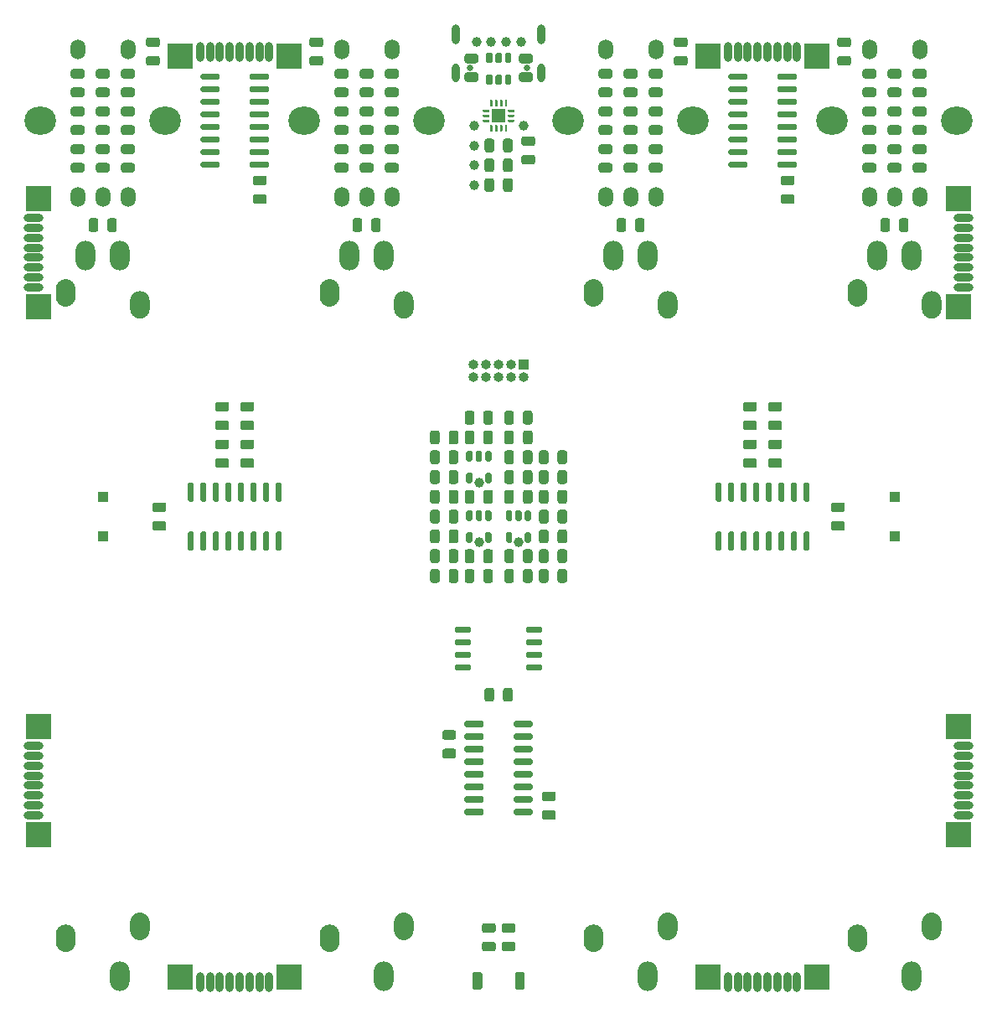
<source format=gbs>
G04 #@! TF.GenerationSoftware,KiCad,Pcbnew,5.1.9+dfsg1-1*
G04 #@! TF.CreationDate,2021-10-27T13:30:09+02:00*
G04 #@! TF.ProjectId,EF44,45463434-2e6b-4696-9361-645f70636258,rev?*
G04 #@! TF.SameCoordinates,Original*
G04 #@! TF.FileFunction,Soldermask,Bot*
G04 #@! TF.FilePolarity,Negative*
%FSLAX46Y46*%
G04 Gerber Fmt 4.6, Leading zero omitted, Abs format (unit mm)*
G04 Created by KiCad (PCBNEW 5.1.9+dfsg1-1) date 2021-10-27 13:30:09*
%MOMM*%
%LPD*%
G01*
G04 APERTURE LIST*
%ADD10O,2.000000X3.000000*%
%ADD11O,1.000000X1.000000*%
%ADD12R,1.000000X1.000000*%
%ADD13C,1.000000*%
%ADD14R,1.450000X1.450000*%
%ADD15C,0.650000*%
%ADD16O,0.800000X2.000000*%
%ADD17O,0.800000X1.900000*%
%ADD18R,2.500000X2.500000*%
%ADD19O,2.000000X0.800000*%
%ADD20O,1.500000X2.000000*%
%ADD21O,3.200000X2.800000*%
G04 APERTURE END LIST*
G36*
G01*
X8585000Y-43000000D02*
X8585000Y-42200000D01*
G75*
G02*
X9585000Y-41200000I1000000J0D01*
G01*
X9585000Y-41200000D01*
G75*
G02*
X10585000Y-42200000I0J-1000000D01*
G01*
X10585000Y-43000000D01*
G75*
G02*
X9585000Y-44000000I-1000000J0D01*
G01*
X9585000Y-44000000D01*
G75*
G02*
X8585000Y-43000000I0J1000000D01*
G01*
G37*
G36*
G01*
X16085000Y-41800000D02*
X16085000Y-41000000D01*
G75*
G02*
X17085000Y-40000000I1000000J0D01*
G01*
X17085000Y-40000000D01*
G75*
G02*
X18085000Y-41000000I0J-1000000D01*
G01*
X18085000Y-41800000D01*
G75*
G02*
X17085000Y-42800000I-1000000J0D01*
G01*
X17085000Y-42800000D01*
G75*
G02*
X16085000Y-41800000I0J1000000D01*
G01*
G37*
G36*
G01*
X8585000Y22200000D02*
X8585000Y23000000D01*
G75*
G02*
X9585000Y24000000I1000000J0D01*
G01*
X9585000Y24000000D01*
G75*
G02*
X10585000Y23000000I0J-1000000D01*
G01*
X10585000Y22200000D01*
G75*
G02*
X9585000Y21200000I-1000000J0D01*
G01*
X9585000Y21200000D01*
G75*
G02*
X8585000Y22200000I0J1000000D01*
G01*
G37*
G36*
G01*
X16085000Y21000000D02*
X16085000Y21800000D01*
G75*
G02*
X17085000Y22800000I1000000J0D01*
G01*
X17085000Y22800000D01*
G75*
G02*
X18085000Y21800000I0J-1000000D01*
G01*
X18085000Y21000000D01*
G75*
G02*
X17085000Y20000000I-1000000J0D01*
G01*
X17085000Y20000000D01*
G75*
G02*
X16085000Y21000000I0J1000000D01*
G01*
G37*
D10*
X15085000Y-46400000D03*
X11585000Y26400000D03*
X15085000Y26400000D03*
G36*
G01*
X37008750Y39555000D02*
X37921250Y39555000D01*
G75*
G02*
X38165000Y39311250I0J-243750D01*
G01*
X38165000Y38823750D01*
G75*
G02*
X37921250Y38580000I-243750J0D01*
G01*
X37008750Y38580000D01*
G75*
G02*
X36765000Y38823750I0J243750D01*
G01*
X36765000Y39311250D01*
G75*
G02*
X37008750Y39555000I243750J0D01*
G01*
G37*
G36*
G01*
X37008750Y41430000D02*
X37921250Y41430000D01*
G75*
G02*
X38165000Y41186250I0J-243750D01*
G01*
X38165000Y40698750D01*
G75*
G02*
X37921250Y40455000I-243750J0D01*
G01*
X37008750Y40455000D01*
G75*
G02*
X36765000Y40698750I0J243750D01*
G01*
X36765000Y41186250D01*
G75*
G02*
X37008750Y41430000I243750J0D01*
G01*
G37*
G36*
G01*
X-27483750Y6800000D02*
X-28396250Y6800000D01*
G75*
G02*
X-28640000Y7043750I0J243750D01*
G01*
X-28640000Y7531250D01*
G75*
G02*
X-28396250Y7775000I243750J0D01*
G01*
X-27483750Y7775000D01*
G75*
G02*
X-27240000Y7531250I0J-243750D01*
G01*
X-27240000Y7043750D01*
G75*
G02*
X-27483750Y6800000I-243750J0D01*
G01*
G37*
G36*
G01*
X-27483750Y4925000D02*
X-28396250Y4925000D01*
G75*
G02*
X-28640000Y5168750I0J243750D01*
G01*
X-28640000Y5656250D01*
G75*
G02*
X-28396250Y5900000I243750J0D01*
G01*
X-27483750Y5900000D01*
G75*
G02*
X-27240000Y5656250I0J-243750D01*
G01*
X-27240000Y5168750D01*
G75*
G02*
X-27483750Y4925000I-243750J0D01*
G01*
G37*
G36*
G01*
X31265000Y-3450000D02*
X30965000Y-3450000D01*
G75*
G02*
X30815000Y-3300000I0J150000D01*
G01*
X30815000Y-1650000D01*
G75*
G02*
X30965000Y-1500000I150000J0D01*
G01*
X31265000Y-1500000D01*
G75*
G02*
X31415000Y-1650000I0J-150000D01*
G01*
X31415000Y-3300000D01*
G75*
G02*
X31265000Y-3450000I-150000J0D01*
G01*
G37*
G36*
G01*
X29995000Y-3450000D02*
X29695000Y-3450000D01*
G75*
G02*
X29545000Y-3300000I0J150000D01*
G01*
X29545000Y-1650000D01*
G75*
G02*
X29695000Y-1500000I150000J0D01*
G01*
X29995000Y-1500000D01*
G75*
G02*
X30145000Y-1650000I0J-150000D01*
G01*
X30145000Y-3300000D01*
G75*
G02*
X29995000Y-3450000I-150000J0D01*
G01*
G37*
G36*
G01*
X28725000Y-3450000D02*
X28425000Y-3450000D01*
G75*
G02*
X28275000Y-3300000I0J150000D01*
G01*
X28275000Y-1650000D01*
G75*
G02*
X28425000Y-1500000I150000J0D01*
G01*
X28725000Y-1500000D01*
G75*
G02*
X28875000Y-1650000I0J-150000D01*
G01*
X28875000Y-3300000D01*
G75*
G02*
X28725000Y-3450000I-150000J0D01*
G01*
G37*
G36*
G01*
X27455000Y-3450000D02*
X27155000Y-3450000D01*
G75*
G02*
X27005000Y-3300000I0J150000D01*
G01*
X27005000Y-1650000D01*
G75*
G02*
X27155000Y-1500000I150000J0D01*
G01*
X27455000Y-1500000D01*
G75*
G02*
X27605000Y-1650000I0J-150000D01*
G01*
X27605000Y-3300000D01*
G75*
G02*
X27455000Y-3450000I-150000J0D01*
G01*
G37*
G36*
G01*
X26185000Y-3450000D02*
X25885000Y-3450000D01*
G75*
G02*
X25735000Y-3300000I0J150000D01*
G01*
X25735000Y-1650000D01*
G75*
G02*
X25885000Y-1500000I150000J0D01*
G01*
X26185000Y-1500000D01*
G75*
G02*
X26335000Y-1650000I0J-150000D01*
G01*
X26335000Y-3300000D01*
G75*
G02*
X26185000Y-3450000I-150000J0D01*
G01*
G37*
G36*
G01*
X24915000Y-3450000D02*
X24615000Y-3450000D01*
G75*
G02*
X24465000Y-3300000I0J150000D01*
G01*
X24465000Y-1650000D01*
G75*
G02*
X24615000Y-1500000I150000J0D01*
G01*
X24915000Y-1500000D01*
G75*
G02*
X25065000Y-1650000I0J-150000D01*
G01*
X25065000Y-3300000D01*
G75*
G02*
X24915000Y-3450000I-150000J0D01*
G01*
G37*
G36*
G01*
X23645000Y-3450000D02*
X23345000Y-3450000D01*
G75*
G02*
X23195000Y-3300000I0J150000D01*
G01*
X23195000Y-1650000D01*
G75*
G02*
X23345000Y-1500000I150000J0D01*
G01*
X23645000Y-1500000D01*
G75*
G02*
X23795000Y-1650000I0J-150000D01*
G01*
X23795000Y-3300000D01*
G75*
G02*
X23645000Y-3450000I-150000J0D01*
G01*
G37*
G36*
G01*
X22375000Y-3450000D02*
X22075000Y-3450000D01*
G75*
G02*
X21925000Y-3300000I0J150000D01*
G01*
X21925000Y-1650000D01*
G75*
G02*
X22075000Y-1500000I150000J0D01*
G01*
X22375000Y-1500000D01*
G75*
G02*
X22525000Y-1650000I0J-150000D01*
G01*
X22525000Y-3300000D01*
G75*
G02*
X22375000Y-3450000I-150000J0D01*
G01*
G37*
G36*
G01*
X22375000Y1500000D02*
X22075000Y1500000D01*
G75*
G02*
X21925000Y1650000I0J150000D01*
G01*
X21925000Y3300000D01*
G75*
G02*
X22075000Y3450000I150000J0D01*
G01*
X22375000Y3450000D01*
G75*
G02*
X22525000Y3300000I0J-150000D01*
G01*
X22525000Y1650000D01*
G75*
G02*
X22375000Y1500000I-150000J0D01*
G01*
G37*
G36*
G01*
X23645000Y1500000D02*
X23345000Y1500000D01*
G75*
G02*
X23195000Y1650000I0J150000D01*
G01*
X23195000Y3300000D01*
G75*
G02*
X23345000Y3450000I150000J0D01*
G01*
X23645000Y3450000D01*
G75*
G02*
X23795000Y3300000I0J-150000D01*
G01*
X23795000Y1650000D01*
G75*
G02*
X23645000Y1500000I-150000J0D01*
G01*
G37*
G36*
G01*
X24915000Y1500000D02*
X24615000Y1500000D01*
G75*
G02*
X24465000Y1650000I0J150000D01*
G01*
X24465000Y3300000D01*
G75*
G02*
X24615000Y3450000I150000J0D01*
G01*
X24915000Y3450000D01*
G75*
G02*
X25065000Y3300000I0J-150000D01*
G01*
X25065000Y1650000D01*
G75*
G02*
X24915000Y1500000I-150000J0D01*
G01*
G37*
G36*
G01*
X26185000Y1500000D02*
X25885000Y1500000D01*
G75*
G02*
X25735000Y1650000I0J150000D01*
G01*
X25735000Y3300000D01*
G75*
G02*
X25885000Y3450000I150000J0D01*
G01*
X26185000Y3450000D01*
G75*
G02*
X26335000Y3300000I0J-150000D01*
G01*
X26335000Y1650000D01*
G75*
G02*
X26185000Y1500000I-150000J0D01*
G01*
G37*
G36*
G01*
X27455000Y1500000D02*
X27155000Y1500000D01*
G75*
G02*
X27005000Y1650000I0J150000D01*
G01*
X27005000Y3300000D01*
G75*
G02*
X27155000Y3450000I150000J0D01*
G01*
X27455000Y3450000D01*
G75*
G02*
X27605000Y3300000I0J-150000D01*
G01*
X27605000Y1650000D01*
G75*
G02*
X27455000Y1500000I-150000J0D01*
G01*
G37*
G36*
G01*
X28725000Y1500000D02*
X28425000Y1500000D01*
G75*
G02*
X28275000Y1650000I0J150000D01*
G01*
X28275000Y3300000D01*
G75*
G02*
X28425000Y3450000I150000J0D01*
G01*
X28725000Y3450000D01*
G75*
G02*
X28875000Y3300000I0J-150000D01*
G01*
X28875000Y1650000D01*
G75*
G02*
X28725000Y1500000I-150000J0D01*
G01*
G37*
G36*
G01*
X29995000Y1500000D02*
X29695000Y1500000D01*
G75*
G02*
X29545000Y1650000I0J150000D01*
G01*
X29545000Y3300000D01*
G75*
G02*
X29695000Y3450000I150000J0D01*
G01*
X29995000Y3450000D01*
G75*
G02*
X30145000Y3300000I0J-150000D01*
G01*
X30145000Y1650000D01*
G75*
G02*
X29995000Y1500000I-150000J0D01*
G01*
G37*
G36*
G01*
X31265000Y1500000D02*
X30965000Y1500000D01*
G75*
G02*
X30815000Y1650000I0J150000D01*
G01*
X30815000Y3300000D01*
G75*
G02*
X30965000Y3450000I150000J0D01*
G01*
X31265000Y3450000D01*
G75*
G02*
X31415000Y3300000I0J-150000D01*
G01*
X31415000Y1650000D01*
G75*
G02*
X31265000Y1500000I-150000J0D01*
G01*
G37*
G36*
G01*
X-22075000Y-3450000D02*
X-22375000Y-3450000D01*
G75*
G02*
X-22525000Y-3300000I0J150000D01*
G01*
X-22525000Y-1650000D01*
G75*
G02*
X-22375000Y-1500000I150000J0D01*
G01*
X-22075000Y-1500000D01*
G75*
G02*
X-21925000Y-1650000I0J-150000D01*
G01*
X-21925000Y-3300000D01*
G75*
G02*
X-22075000Y-3450000I-150000J0D01*
G01*
G37*
G36*
G01*
X-23345000Y-3450000D02*
X-23645000Y-3450000D01*
G75*
G02*
X-23795000Y-3300000I0J150000D01*
G01*
X-23795000Y-1650000D01*
G75*
G02*
X-23645000Y-1500000I150000J0D01*
G01*
X-23345000Y-1500000D01*
G75*
G02*
X-23195000Y-1650000I0J-150000D01*
G01*
X-23195000Y-3300000D01*
G75*
G02*
X-23345000Y-3450000I-150000J0D01*
G01*
G37*
G36*
G01*
X-24615000Y-3450000D02*
X-24915000Y-3450000D01*
G75*
G02*
X-25065000Y-3300000I0J150000D01*
G01*
X-25065000Y-1650000D01*
G75*
G02*
X-24915000Y-1500000I150000J0D01*
G01*
X-24615000Y-1500000D01*
G75*
G02*
X-24465000Y-1650000I0J-150000D01*
G01*
X-24465000Y-3300000D01*
G75*
G02*
X-24615000Y-3450000I-150000J0D01*
G01*
G37*
G36*
G01*
X-25885000Y-3450000D02*
X-26185000Y-3450000D01*
G75*
G02*
X-26335000Y-3300000I0J150000D01*
G01*
X-26335000Y-1650000D01*
G75*
G02*
X-26185000Y-1500000I150000J0D01*
G01*
X-25885000Y-1500000D01*
G75*
G02*
X-25735000Y-1650000I0J-150000D01*
G01*
X-25735000Y-3300000D01*
G75*
G02*
X-25885000Y-3450000I-150000J0D01*
G01*
G37*
G36*
G01*
X-27155000Y-3450000D02*
X-27455000Y-3450000D01*
G75*
G02*
X-27605000Y-3300000I0J150000D01*
G01*
X-27605000Y-1650000D01*
G75*
G02*
X-27455000Y-1500000I150000J0D01*
G01*
X-27155000Y-1500000D01*
G75*
G02*
X-27005000Y-1650000I0J-150000D01*
G01*
X-27005000Y-3300000D01*
G75*
G02*
X-27155000Y-3450000I-150000J0D01*
G01*
G37*
G36*
G01*
X-28425000Y-3450000D02*
X-28725000Y-3450000D01*
G75*
G02*
X-28875000Y-3300000I0J150000D01*
G01*
X-28875000Y-1650000D01*
G75*
G02*
X-28725000Y-1500000I150000J0D01*
G01*
X-28425000Y-1500000D01*
G75*
G02*
X-28275000Y-1650000I0J-150000D01*
G01*
X-28275000Y-3300000D01*
G75*
G02*
X-28425000Y-3450000I-150000J0D01*
G01*
G37*
G36*
G01*
X-29695000Y-3450000D02*
X-29995000Y-3450000D01*
G75*
G02*
X-30145000Y-3300000I0J150000D01*
G01*
X-30145000Y-1650000D01*
G75*
G02*
X-29995000Y-1500000I150000J0D01*
G01*
X-29695000Y-1500000D01*
G75*
G02*
X-29545000Y-1650000I0J-150000D01*
G01*
X-29545000Y-3300000D01*
G75*
G02*
X-29695000Y-3450000I-150000J0D01*
G01*
G37*
G36*
G01*
X-30965000Y-3450000D02*
X-31265000Y-3450000D01*
G75*
G02*
X-31415000Y-3300000I0J150000D01*
G01*
X-31415000Y-1650000D01*
G75*
G02*
X-31265000Y-1500000I150000J0D01*
G01*
X-30965000Y-1500000D01*
G75*
G02*
X-30815000Y-1650000I0J-150000D01*
G01*
X-30815000Y-3300000D01*
G75*
G02*
X-30965000Y-3450000I-150000J0D01*
G01*
G37*
G36*
G01*
X-30965000Y1500000D02*
X-31265000Y1500000D01*
G75*
G02*
X-31415000Y1650000I0J150000D01*
G01*
X-31415000Y3300000D01*
G75*
G02*
X-31265000Y3450000I150000J0D01*
G01*
X-30965000Y3450000D01*
G75*
G02*
X-30815000Y3300000I0J-150000D01*
G01*
X-30815000Y1650000D01*
G75*
G02*
X-30965000Y1500000I-150000J0D01*
G01*
G37*
G36*
G01*
X-29695000Y1500000D02*
X-29995000Y1500000D01*
G75*
G02*
X-30145000Y1650000I0J150000D01*
G01*
X-30145000Y3300000D01*
G75*
G02*
X-29995000Y3450000I150000J0D01*
G01*
X-29695000Y3450000D01*
G75*
G02*
X-29545000Y3300000I0J-150000D01*
G01*
X-29545000Y1650000D01*
G75*
G02*
X-29695000Y1500000I-150000J0D01*
G01*
G37*
G36*
G01*
X-28425000Y1500000D02*
X-28725000Y1500000D01*
G75*
G02*
X-28875000Y1650000I0J150000D01*
G01*
X-28875000Y3300000D01*
G75*
G02*
X-28725000Y3450000I150000J0D01*
G01*
X-28425000Y3450000D01*
G75*
G02*
X-28275000Y3300000I0J-150000D01*
G01*
X-28275000Y1650000D01*
G75*
G02*
X-28425000Y1500000I-150000J0D01*
G01*
G37*
G36*
G01*
X-27155000Y1500000D02*
X-27455000Y1500000D01*
G75*
G02*
X-27605000Y1650000I0J150000D01*
G01*
X-27605000Y3300000D01*
G75*
G02*
X-27455000Y3450000I150000J0D01*
G01*
X-27155000Y3450000D01*
G75*
G02*
X-27005000Y3300000I0J-150000D01*
G01*
X-27005000Y1650000D01*
G75*
G02*
X-27155000Y1500000I-150000J0D01*
G01*
G37*
G36*
G01*
X-25885000Y1500000D02*
X-26185000Y1500000D01*
G75*
G02*
X-26335000Y1650000I0J150000D01*
G01*
X-26335000Y3300000D01*
G75*
G02*
X-26185000Y3450000I150000J0D01*
G01*
X-25885000Y3450000D01*
G75*
G02*
X-25735000Y3300000I0J-150000D01*
G01*
X-25735000Y1650000D01*
G75*
G02*
X-25885000Y1500000I-150000J0D01*
G01*
G37*
G36*
G01*
X-24615000Y1500000D02*
X-24915000Y1500000D01*
G75*
G02*
X-25065000Y1650000I0J150000D01*
G01*
X-25065000Y3300000D01*
G75*
G02*
X-24915000Y3450000I150000J0D01*
G01*
X-24615000Y3450000D01*
G75*
G02*
X-24465000Y3300000I0J-150000D01*
G01*
X-24465000Y1650000D01*
G75*
G02*
X-24615000Y1500000I-150000J0D01*
G01*
G37*
G36*
G01*
X-23345000Y1500000D02*
X-23645000Y1500000D01*
G75*
G02*
X-23795000Y1650000I0J150000D01*
G01*
X-23795000Y3300000D01*
G75*
G02*
X-23645000Y3450000I150000J0D01*
G01*
X-23345000Y3450000D01*
G75*
G02*
X-23195000Y3300000I0J-150000D01*
G01*
X-23195000Y1650000D01*
G75*
G02*
X-23345000Y1500000I-150000J0D01*
G01*
G37*
G36*
G01*
X-22075000Y1500000D02*
X-22375000Y1500000D01*
G75*
G02*
X-22525000Y1650000I0J150000D01*
G01*
X-22525000Y3300000D01*
G75*
G02*
X-22375000Y3450000I150000J0D01*
G01*
X-22075000Y3450000D01*
G75*
G02*
X-21925000Y3300000I0J-150000D01*
G01*
X-21925000Y1650000D01*
G75*
G02*
X-22075000Y1500000I-150000J0D01*
G01*
G37*
G36*
G01*
X28396250Y10610000D02*
X27483750Y10610000D01*
G75*
G02*
X27240000Y10853750I0J243750D01*
G01*
X27240000Y11341250D01*
G75*
G02*
X27483750Y11585000I243750J0D01*
G01*
X28396250Y11585000D01*
G75*
G02*
X28640000Y11341250I0J-243750D01*
G01*
X28640000Y10853750D01*
G75*
G02*
X28396250Y10610000I-243750J0D01*
G01*
G37*
G36*
G01*
X28396250Y8735000D02*
X27483750Y8735000D01*
G75*
G02*
X27240000Y8978750I0J243750D01*
G01*
X27240000Y9466250D01*
G75*
G02*
X27483750Y9710000I243750J0D01*
G01*
X28396250Y9710000D01*
G75*
G02*
X28640000Y9466250I0J-243750D01*
G01*
X28640000Y8978750D01*
G75*
G02*
X28396250Y8735000I-243750J0D01*
G01*
G37*
G36*
G01*
X-24943750Y10610000D02*
X-25856250Y10610000D01*
G75*
G02*
X-26100000Y10853750I0J243750D01*
G01*
X-26100000Y11341250D01*
G75*
G02*
X-25856250Y11585000I243750J0D01*
G01*
X-24943750Y11585000D01*
G75*
G02*
X-24700000Y11341250I0J-243750D01*
G01*
X-24700000Y10853750D01*
G75*
G02*
X-24943750Y10610000I-243750J0D01*
G01*
G37*
G36*
G01*
X-24943750Y8735000D02*
X-25856250Y8735000D01*
G75*
G02*
X-26100000Y8978750I0J243750D01*
G01*
X-26100000Y9466250D01*
G75*
G02*
X-25856250Y9710000I243750J0D01*
G01*
X-24943750Y9710000D01*
G75*
G02*
X-24700000Y9466250I0J-243750D01*
G01*
X-24700000Y8978750D01*
G75*
G02*
X-24943750Y8735000I-243750J0D01*
G01*
G37*
G36*
G01*
X25856250Y10610000D02*
X24943750Y10610000D01*
G75*
G02*
X24700000Y10853750I0J243750D01*
G01*
X24700000Y11341250D01*
G75*
G02*
X24943750Y11585000I243750J0D01*
G01*
X25856250Y11585000D01*
G75*
G02*
X26100000Y11341250I0J-243750D01*
G01*
X26100000Y10853750D01*
G75*
G02*
X25856250Y10610000I-243750J0D01*
G01*
G37*
G36*
G01*
X25856250Y8735000D02*
X24943750Y8735000D01*
G75*
G02*
X24700000Y8978750I0J243750D01*
G01*
X24700000Y9466250D01*
G75*
G02*
X24943750Y9710000I243750J0D01*
G01*
X25856250Y9710000D01*
G75*
G02*
X26100000Y9466250I0J-243750D01*
G01*
X26100000Y8978750D01*
G75*
G02*
X25856250Y8735000I-243750J0D01*
G01*
G37*
G36*
G01*
X-27483750Y10610000D02*
X-28396250Y10610000D01*
G75*
G02*
X-28640000Y10853750I0J243750D01*
G01*
X-28640000Y11341250D01*
G75*
G02*
X-28396250Y11585000I243750J0D01*
G01*
X-27483750Y11585000D01*
G75*
G02*
X-27240000Y11341250I0J-243750D01*
G01*
X-27240000Y10853750D01*
G75*
G02*
X-27483750Y10610000I-243750J0D01*
G01*
G37*
G36*
G01*
X-27483750Y8735000D02*
X-28396250Y8735000D01*
G75*
G02*
X-28640000Y8978750I0J243750D01*
G01*
X-28640000Y9466250D01*
G75*
G02*
X-28396250Y9710000I243750J0D01*
G01*
X-27483750Y9710000D01*
G75*
G02*
X-27240000Y9466250I0J-243750D01*
G01*
X-27240000Y8978750D01*
G75*
G02*
X-27483750Y8735000I-243750J0D01*
G01*
G37*
G36*
G01*
X33833750Y-450000D02*
X34746250Y-450000D01*
G75*
G02*
X34990000Y-693750I0J-243750D01*
G01*
X34990000Y-1181250D01*
G75*
G02*
X34746250Y-1425000I-243750J0D01*
G01*
X33833750Y-1425000D01*
G75*
G02*
X33590000Y-1181250I0J243750D01*
G01*
X33590000Y-693750D01*
G75*
G02*
X33833750Y-450000I243750J0D01*
G01*
G37*
G36*
G01*
X33833750Y1425000D02*
X34746250Y1425000D01*
G75*
G02*
X34990000Y1181250I0J-243750D01*
G01*
X34990000Y693750D01*
G75*
G02*
X34746250Y450000I-243750J0D01*
G01*
X33833750Y450000D01*
G75*
G02*
X33590000Y693750I0J243750D01*
G01*
X33590000Y1181250D01*
G75*
G02*
X33833750Y1425000I243750J0D01*
G01*
G37*
G36*
G01*
X-34746250Y-450000D02*
X-33833750Y-450000D01*
G75*
G02*
X-33590000Y-693750I0J-243750D01*
G01*
X-33590000Y-1181250D01*
G75*
G02*
X-33833750Y-1425000I-243750J0D01*
G01*
X-34746250Y-1425000D01*
G75*
G02*
X-34990000Y-1181250I0J243750D01*
G01*
X-34990000Y-693750D01*
G75*
G02*
X-34746250Y-450000I243750J0D01*
G01*
G37*
G36*
G01*
X-34746250Y1425000D02*
X-33833750Y1425000D01*
G75*
G02*
X-33590000Y1181250I0J-243750D01*
G01*
X-33590000Y693750D01*
G75*
G02*
X-33833750Y450000I-243750J0D01*
G01*
X-34746250Y450000D01*
G75*
G02*
X-34990000Y693750I0J243750D01*
G01*
X-34990000Y1181250D01*
G75*
G02*
X-34746250Y1425000I243750J0D01*
G01*
G37*
G36*
G01*
X28396250Y6800000D02*
X27483750Y6800000D01*
G75*
G02*
X27240000Y7043750I0J243750D01*
G01*
X27240000Y7531250D01*
G75*
G02*
X27483750Y7775000I243750J0D01*
G01*
X28396250Y7775000D01*
G75*
G02*
X28640000Y7531250I0J-243750D01*
G01*
X28640000Y7043750D01*
G75*
G02*
X28396250Y6800000I-243750J0D01*
G01*
G37*
G36*
G01*
X28396250Y4925000D02*
X27483750Y4925000D01*
G75*
G02*
X27240000Y5168750I0J243750D01*
G01*
X27240000Y5656250D01*
G75*
G02*
X27483750Y5900000I243750J0D01*
G01*
X28396250Y5900000D01*
G75*
G02*
X28640000Y5656250I0J-243750D01*
G01*
X28640000Y5168750D01*
G75*
G02*
X28396250Y4925000I-243750J0D01*
G01*
G37*
G36*
G01*
X-24943750Y6800000D02*
X-25856250Y6800000D01*
G75*
G02*
X-26100000Y7043750I0J243750D01*
G01*
X-26100000Y7531250D01*
G75*
G02*
X-25856250Y7775000I243750J0D01*
G01*
X-24943750Y7775000D01*
G75*
G02*
X-24700000Y7531250I0J-243750D01*
G01*
X-24700000Y7043750D01*
G75*
G02*
X-24943750Y6800000I-243750J0D01*
G01*
G37*
G36*
G01*
X-24943750Y4925000D02*
X-25856250Y4925000D01*
G75*
G02*
X-26100000Y5168750I0J243750D01*
G01*
X-26100000Y5656250D01*
G75*
G02*
X-25856250Y5900000I243750J0D01*
G01*
X-24943750Y5900000D01*
G75*
G02*
X-24700000Y5656250I0J-243750D01*
G01*
X-24700000Y5168750D01*
G75*
G02*
X-24943750Y4925000I-243750J0D01*
G01*
G37*
G36*
G01*
X25856250Y6800000D02*
X24943750Y6800000D01*
G75*
G02*
X24700000Y7043750I0J243750D01*
G01*
X24700000Y7531250D01*
G75*
G02*
X24943750Y7775000I243750J0D01*
G01*
X25856250Y7775000D01*
G75*
G02*
X26100000Y7531250I0J-243750D01*
G01*
X26100000Y7043750D01*
G75*
G02*
X25856250Y6800000I-243750J0D01*
G01*
G37*
G36*
G01*
X25856250Y4925000D02*
X24943750Y4925000D01*
G75*
G02*
X24700000Y5168750I0J243750D01*
G01*
X24700000Y5656250D01*
G75*
G02*
X24943750Y5900000I243750J0D01*
G01*
X25856250Y5900000D01*
G75*
G02*
X26100000Y5656250I0J-243750D01*
G01*
X26100000Y5168750D01*
G75*
G02*
X25856250Y4925000I-243750J0D01*
G01*
G37*
G36*
G01*
X35255000Y-43000000D02*
X35255000Y-42200000D01*
G75*
G02*
X36255000Y-41200000I1000000J0D01*
G01*
X36255000Y-41200000D01*
G75*
G02*
X37255000Y-42200000I0J-1000000D01*
G01*
X37255000Y-43000000D01*
G75*
G02*
X36255000Y-44000000I-1000000J0D01*
G01*
X36255000Y-44000000D01*
G75*
G02*
X35255000Y-43000000I0J1000000D01*
G01*
G37*
G36*
G01*
X42755000Y-41800000D02*
X42755000Y-41000000D01*
G75*
G02*
X43755000Y-40000000I1000000J0D01*
G01*
X43755000Y-40000000D01*
G75*
G02*
X44755000Y-41000000I0J-1000000D01*
G01*
X44755000Y-41800000D01*
G75*
G02*
X43755000Y-42800000I-1000000J0D01*
G01*
X43755000Y-42800000D01*
G75*
G02*
X42755000Y-41800000I0J1000000D01*
G01*
G37*
G36*
G01*
X35255000Y22200000D02*
X35255000Y23000000D01*
G75*
G02*
X36255000Y24000000I1000000J0D01*
G01*
X36255000Y24000000D01*
G75*
G02*
X37255000Y23000000I0J-1000000D01*
G01*
X37255000Y22200000D01*
G75*
G02*
X36255000Y21200000I-1000000J0D01*
G01*
X36255000Y21200000D01*
G75*
G02*
X35255000Y22200000I0J1000000D01*
G01*
G37*
G36*
G01*
X42755000Y21000000D02*
X42755000Y21800000D01*
G75*
G02*
X43755000Y22800000I1000000J0D01*
G01*
X43755000Y22800000D01*
G75*
G02*
X44755000Y21800000I0J-1000000D01*
G01*
X44755000Y21000000D01*
G75*
G02*
X43755000Y20000000I-1000000J0D01*
G01*
X43755000Y20000000D01*
G75*
G02*
X42755000Y21000000I0J1000000D01*
G01*
G37*
X41755000Y-46400000D03*
X38255000Y26400000D03*
X41755000Y26400000D03*
G36*
G01*
X-18085000Y-43000000D02*
X-18085000Y-42200000D01*
G75*
G02*
X-17085000Y-41200000I1000000J0D01*
G01*
X-17085000Y-41200000D01*
G75*
G02*
X-16085000Y-42200000I0J-1000000D01*
G01*
X-16085000Y-43000000D01*
G75*
G02*
X-17085000Y-44000000I-1000000J0D01*
G01*
X-17085000Y-44000000D01*
G75*
G02*
X-18085000Y-43000000I0J1000000D01*
G01*
G37*
G36*
G01*
X-10585000Y-41800000D02*
X-10585000Y-41000000D01*
G75*
G02*
X-9585000Y-40000000I1000000J0D01*
G01*
X-9585000Y-40000000D01*
G75*
G02*
X-8585000Y-41000000I0J-1000000D01*
G01*
X-8585000Y-41800000D01*
G75*
G02*
X-9585000Y-42800000I-1000000J0D01*
G01*
X-9585000Y-42800000D01*
G75*
G02*
X-10585000Y-41800000I0J1000000D01*
G01*
G37*
G36*
G01*
X-18085000Y22200000D02*
X-18085000Y23000000D01*
G75*
G02*
X-17085000Y24000000I1000000J0D01*
G01*
X-17085000Y24000000D01*
G75*
G02*
X-16085000Y23000000I0J-1000000D01*
G01*
X-16085000Y22200000D01*
G75*
G02*
X-17085000Y21200000I-1000000J0D01*
G01*
X-17085000Y21200000D01*
G75*
G02*
X-18085000Y22200000I0J1000000D01*
G01*
G37*
G36*
G01*
X-10585000Y21000000D02*
X-10585000Y21800000D01*
G75*
G02*
X-9585000Y22800000I1000000J0D01*
G01*
X-9585000Y22800000D01*
G75*
G02*
X-8585000Y21800000I0J-1000000D01*
G01*
X-8585000Y21000000D01*
G75*
G02*
X-9585000Y20000000I-1000000J0D01*
G01*
X-9585000Y20000000D01*
G75*
G02*
X-10585000Y21000000I0J1000000D01*
G01*
G37*
X-11585000Y-46400000D03*
X-15085000Y26400000D03*
X-11585000Y26400000D03*
G36*
G01*
X-44755000Y-43000000D02*
X-44755000Y-42200000D01*
G75*
G02*
X-43755000Y-41200000I1000000J0D01*
G01*
X-43755000Y-41200000D01*
G75*
G02*
X-42755000Y-42200000I0J-1000000D01*
G01*
X-42755000Y-43000000D01*
G75*
G02*
X-43755000Y-44000000I-1000000J0D01*
G01*
X-43755000Y-44000000D01*
G75*
G02*
X-44755000Y-43000000I0J1000000D01*
G01*
G37*
G36*
G01*
X-37255000Y-41800000D02*
X-37255000Y-41000000D01*
G75*
G02*
X-36255000Y-40000000I1000000J0D01*
G01*
X-36255000Y-40000000D01*
G75*
G02*
X-35255000Y-41000000I0J-1000000D01*
G01*
X-35255000Y-41800000D01*
G75*
G02*
X-36255000Y-42800000I-1000000J0D01*
G01*
X-36255000Y-42800000D01*
G75*
G02*
X-37255000Y-41800000I0J1000000D01*
G01*
G37*
G36*
G01*
X-44755000Y22200000D02*
X-44755000Y23000000D01*
G75*
G02*
X-43755000Y24000000I1000000J0D01*
G01*
X-43755000Y24000000D01*
G75*
G02*
X-42755000Y23000000I0J-1000000D01*
G01*
X-42755000Y22200000D01*
G75*
G02*
X-43755000Y21200000I-1000000J0D01*
G01*
X-43755000Y21200000D01*
G75*
G02*
X-44755000Y22200000I0J1000000D01*
G01*
G37*
G36*
G01*
X-37255000Y21000000D02*
X-37255000Y21800000D01*
G75*
G02*
X-36255000Y22800000I1000000J0D01*
G01*
X-36255000Y22800000D01*
G75*
G02*
X-35255000Y21800000I0J-1000000D01*
G01*
X-35255000Y21000000D01*
G75*
G02*
X-36255000Y20000000I-1000000J0D01*
G01*
X-36255000Y20000000D01*
G75*
G02*
X-37255000Y21000000I0J1000000D01*
G01*
G37*
X-38255000Y-46400000D03*
X-41755000Y26400000D03*
X-38255000Y26400000D03*
D11*
X-2540000Y14130000D03*
X-2540000Y15400000D03*
X-1270000Y14130000D03*
X-1270000Y15400000D03*
X0Y14130000D03*
X0Y15400000D03*
X1270000Y14130000D03*
X1270000Y15400000D03*
X2540000Y14130000D03*
D12*
X2540000Y15400000D03*
D13*
X-2500000Y39500000D03*
X2500000Y39500000D03*
G36*
G01*
X5950000Y3543750D02*
X5950000Y4456250D01*
G75*
G02*
X6193750Y4700000I243750J0D01*
G01*
X6681250Y4700000D01*
G75*
G02*
X6925000Y4456250I0J-243750D01*
G01*
X6925000Y3543750D01*
G75*
G02*
X6681250Y3300000I-243750J0D01*
G01*
X6193750Y3300000D01*
G75*
G02*
X5950000Y3543750I0J243750D01*
G01*
G37*
G36*
G01*
X4075000Y3543750D02*
X4075000Y4456250D01*
G75*
G02*
X4318750Y4700000I243750J0D01*
G01*
X4806250Y4700000D01*
G75*
G02*
X5050000Y4456250I0J-243750D01*
G01*
X5050000Y3543750D01*
G75*
G02*
X4806250Y3300000I-243750J0D01*
G01*
X4318750Y3300000D01*
G75*
G02*
X4075000Y3543750I0J243750D01*
G01*
G37*
G36*
G01*
X5050000Y-1543750D02*
X5050000Y-2456250D01*
G75*
G02*
X4806250Y-2700000I-243750J0D01*
G01*
X4318750Y-2700000D01*
G75*
G02*
X4075000Y-2456250I0J243750D01*
G01*
X4075000Y-1543750D01*
G75*
G02*
X4318750Y-1300000I243750J0D01*
G01*
X4806250Y-1300000D01*
G75*
G02*
X5050000Y-1543750I0J-243750D01*
G01*
G37*
G36*
G01*
X6925000Y-1543750D02*
X6925000Y-2456250D01*
G75*
G02*
X6681250Y-2700000I-243750J0D01*
G01*
X6193750Y-2700000D01*
G75*
G02*
X5950000Y-2456250I0J243750D01*
G01*
X5950000Y-1543750D01*
G75*
G02*
X6193750Y-1300000I243750J0D01*
G01*
X6681250Y-1300000D01*
G75*
G02*
X6925000Y-1543750I0J-243750D01*
G01*
G37*
X-2500000Y33500000D03*
X-2500000Y35500000D03*
X-2500000Y37500000D03*
G36*
G01*
X-3450000Y-29995000D02*
X-3450000Y-29695000D01*
G75*
G02*
X-3300000Y-29545000I150000J0D01*
G01*
X-1650000Y-29545000D01*
G75*
G02*
X-1500000Y-29695000I0J-150000D01*
G01*
X-1500000Y-29995000D01*
G75*
G02*
X-1650000Y-30145000I-150000J0D01*
G01*
X-3300000Y-30145000D01*
G75*
G02*
X-3450000Y-29995000I0J150000D01*
G01*
G37*
G36*
G01*
X-3450000Y-28725000D02*
X-3450000Y-28425000D01*
G75*
G02*
X-3300000Y-28275000I150000J0D01*
G01*
X-1650000Y-28275000D01*
G75*
G02*
X-1500000Y-28425000I0J-150000D01*
G01*
X-1500000Y-28725000D01*
G75*
G02*
X-1650000Y-28875000I-150000J0D01*
G01*
X-3300000Y-28875000D01*
G75*
G02*
X-3450000Y-28725000I0J150000D01*
G01*
G37*
G36*
G01*
X-3450000Y-27455000D02*
X-3450000Y-27155000D01*
G75*
G02*
X-3300000Y-27005000I150000J0D01*
G01*
X-1650000Y-27005000D01*
G75*
G02*
X-1500000Y-27155000I0J-150000D01*
G01*
X-1500000Y-27455000D01*
G75*
G02*
X-1650000Y-27605000I-150000J0D01*
G01*
X-3300000Y-27605000D01*
G75*
G02*
X-3450000Y-27455000I0J150000D01*
G01*
G37*
G36*
G01*
X-3450000Y-26185000D02*
X-3450000Y-25885000D01*
G75*
G02*
X-3300000Y-25735000I150000J0D01*
G01*
X-1650000Y-25735000D01*
G75*
G02*
X-1500000Y-25885000I0J-150000D01*
G01*
X-1500000Y-26185000D01*
G75*
G02*
X-1650000Y-26335000I-150000J0D01*
G01*
X-3300000Y-26335000D01*
G75*
G02*
X-3450000Y-26185000I0J150000D01*
G01*
G37*
G36*
G01*
X-3450000Y-24915000D02*
X-3450000Y-24615000D01*
G75*
G02*
X-3300000Y-24465000I150000J0D01*
G01*
X-1650000Y-24465000D01*
G75*
G02*
X-1500000Y-24615000I0J-150000D01*
G01*
X-1500000Y-24915000D01*
G75*
G02*
X-1650000Y-25065000I-150000J0D01*
G01*
X-3300000Y-25065000D01*
G75*
G02*
X-3450000Y-24915000I0J150000D01*
G01*
G37*
G36*
G01*
X-3450000Y-23645000D02*
X-3450000Y-23345000D01*
G75*
G02*
X-3300000Y-23195000I150000J0D01*
G01*
X-1650000Y-23195000D01*
G75*
G02*
X-1500000Y-23345000I0J-150000D01*
G01*
X-1500000Y-23645000D01*
G75*
G02*
X-1650000Y-23795000I-150000J0D01*
G01*
X-3300000Y-23795000D01*
G75*
G02*
X-3450000Y-23645000I0J150000D01*
G01*
G37*
G36*
G01*
X-3450000Y-22375000D02*
X-3450000Y-22075000D01*
G75*
G02*
X-3300000Y-21925000I150000J0D01*
G01*
X-1650000Y-21925000D01*
G75*
G02*
X-1500000Y-22075000I0J-150000D01*
G01*
X-1500000Y-22375000D01*
G75*
G02*
X-1650000Y-22525000I-150000J0D01*
G01*
X-3300000Y-22525000D01*
G75*
G02*
X-3450000Y-22375000I0J150000D01*
G01*
G37*
G36*
G01*
X-3450000Y-21105000D02*
X-3450000Y-20805000D01*
G75*
G02*
X-3300000Y-20655000I150000J0D01*
G01*
X-1650000Y-20655000D01*
G75*
G02*
X-1500000Y-20805000I0J-150000D01*
G01*
X-1500000Y-21105000D01*
G75*
G02*
X-1650000Y-21255000I-150000J0D01*
G01*
X-3300000Y-21255000D01*
G75*
G02*
X-3450000Y-21105000I0J150000D01*
G01*
G37*
G36*
G01*
X1500000Y-21105000D02*
X1500000Y-20805000D01*
G75*
G02*
X1650000Y-20655000I150000J0D01*
G01*
X3300000Y-20655000D01*
G75*
G02*
X3450000Y-20805000I0J-150000D01*
G01*
X3450000Y-21105000D01*
G75*
G02*
X3300000Y-21255000I-150000J0D01*
G01*
X1650000Y-21255000D01*
G75*
G02*
X1500000Y-21105000I0J150000D01*
G01*
G37*
G36*
G01*
X1500000Y-22375000D02*
X1500000Y-22075000D01*
G75*
G02*
X1650000Y-21925000I150000J0D01*
G01*
X3300000Y-21925000D01*
G75*
G02*
X3450000Y-22075000I0J-150000D01*
G01*
X3450000Y-22375000D01*
G75*
G02*
X3300000Y-22525000I-150000J0D01*
G01*
X1650000Y-22525000D01*
G75*
G02*
X1500000Y-22375000I0J150000D01*
G01*
G37*
G36*
G01*
X1500000Y-23645000D02*
X1500000Y-23345000D01*
G75*
G02*
X1650000Y-23195000I150000J0D01*
G01*
X3300000Y-23195000D01*
G75*
G02*
X3450000Y-23345000I0J-150000D01*
G01*
X3450000Y-23645000D01*
G75*
G02*
X3300000Y-23795000I-150000J0D01*
G01*
X1650000Y-23795000D01*
G75*
G02*
X1500000Y-23645000I0J150000D01*
G01*
G37*
G36*
G01*
X1500000Y-24915000D02*
X1500000Y-24615000D01*
G75*
G02*
X1650000Y-24465000I150000J0D01*
G01*
X3300000Y-24465000D01*
G75*
G02*
X3450000Y-24615000I0J-150000D01*
G01*
X3450000Y-24915000D01*
G75*
G02*
X3300000Y-25065000I-150000J0D01*
G01*
X1650000Y-25065000D01*
G75*
G02*
X1500000Y-24915000I0J150000D01*
G01*
G37*
G36*
G01*
X1500000Y-26185000D02*
X1500000Y-25885000D01*
G75*
G02*
X1650000Y-25735000I150000J0D01*
G01*
X3300000Y-25735000D01*
G75*
G02*
X3450000Y-25885000I0J-150000D01*
G01*
X3450000Y-26185000D01*
G75*
G02*
X3300000Y-26335000I-150000J0D01*
G01*
X1650000Y-26335000D01*
G75*
G02*
X1500000Y-26185000I0J150000D01*
G01*
G37*
G36*
G01*
X1500000Y-27455000D02*
X1500000Y-27155000D01*
G75*
G02*
X1650000Y-27005000I150000J0D01*
G01*
X3300000Y-27005000D01*
G75*
G02*
X3450000Y-27155000I0J-150000D01*
G01*
X3450000Y-27455000D01*
G75*
G02*
X3300000Y-27605000I-150000J0D01*
G01*
X1650000Y-27605000D01*
G75*
G02*
X1500000Y-27455000I0J150000D01*
G01*
G37*
G36*
G01*
X1500000Y-28725000D02*
X1500000Y-28425000D01*
G75*
G02*
X1650000Y-28275000I150000J0D01*
G01*
X3300000Y-28275000D01*
G75*
G02*
X3450000Y-28425000I0J-150000D01*
G01*
X3450000Y-28725000D01*
G75*
G02*
X3300000Y-28875000I-150000J0D01*
G01*
X1650000Y-28875000D01*
G75*
G02*
X1500000Y-28725000I0J150000D01*
G01*
G37*
G36*
G01*
X1500000Y-29995000D02*
X1500000Y-29695000D01*
G75*
G02*
X1650000Y-29545000I150000J0D01*
G01*
X3300000Y-29545000D01*
G75*
G02*
X3450000Y-29695000I0J-150000D01*
G01*
X3450000Y-29995000D01*
G75*
G02*
X3300000Y-30145000I-150000J0D01*
G01*
X1650000Y-30145000D01*
G75*
G02*
X1500000Y-29995000I0J150000D01*
G01*
G37*
G36*
G01*
X-5456250Y-23450000D02*
X-4543750Y-23450000D01*
G75*
G02*
X-4300000Y-23693750I0J-243750D01*
G01*
X-4300000Y-24181250D01*
G75*
G02*
X-4543750Y-24425000I-243750J0D01*
G01*
X-5456250Y-24425000D01*
G75*
G02*
X-5700000Y-24181250I0J243750D01*
G01*
X-5700000Y-23693750D01*
G75*
G02*
X-5456250Y-23450000I243750J0D01*
G01*
G37*
G36*
G01*
X-5456250Y-21575000D02*
X-4543750Y-21575000D01*
G75*
G02*
X-4300000Y-21818750I0J-243750D01*
G01*
X-4300000Y-22306250D01*
G75*
G02*
X-4543750Y-22550000I-243750J0D01*
G01*
X-5456250Y-22550000D01*
G75*
G02*
X-5700000Y-22306250I0J243750D01*
G01*
X-5700000Y-21818750D01*
G75*
G02*
X-5456250Y-21575000I243750J0D01*
G01*
G37*
X-2000000Y3400000D03*
X2000000Y-2600000D03*
X-2000000Y-2600000D03*
X2250000Y48000000D03*
X-2250000Y48000000D03*
X750000Y48000000D03*
X-750000Y48000000D03*
G36*
G01*
X2543750Y36550000D02*
X3456250Y36550000D01*
G75*
G02*
X3700000Y36306250I0J-243750D01*
G01*
X3700000Y35818750D01*
G75*
G02*
X3456250Y35575000I-243750J0D01*
G01*
X2543750Y35575000D01*
G75*
G02*
X2300000Y35818750I0J243750D01*
G01*
X2300000Y36306250D01*
G75*
G02*
X2543750Y36550000I243750J0D01*
G01*
G37*
G36*
G01*
X2543750Y38425000D02*
X3456250Y38425000D01*
G75*
G02*
X3700000Y38181250I0J-243750D01*
G01*
X3700000Y37693750D01*
G75*
G02*
X3456250Y37450000I-243750J0D01*
G01*
X2543750Y37450000D01*
G75*
G02*
X2300000Y37693750I0J243750D01*
G01*
X2300000Y38181250D01*
G75*
G02*
X2543750Y38425000I243750J0D01*
G01*
G37*
G36*
G01*
X-450000Y35956250D02*
X-450000Y35043750D01*
G75*
G02*
X-693750Y34800000I-243750J0D01*
G01*
X-1181250Y34800000D01*
G75*
G02*
X-1425000Y35043750I0J243750D01*
G01*
X-1425000Y35956250D01*
G75*
G02*
X-1181250Y36200000I243750J0D01*
G01*
X-693750Y36200000D01*
G75*
G02*
X-450000Y35956250I0J-243750D01*
G01*
G37*
G36*
G01*
X1425000Y35956250D02*
X1425000Y35043750D01*
G75*
G02*
X1181250Y34800000I-243750J0D01*
G01*
X693750Y34800000D01*
G75*
G02*
X450000Y35043750I0J243750D01*
G01*
X450000Y35956250D01*
G75*
G02*
X693750Y36200000I243750J0D01*
G01*
X1181250Y36200000D01*
G75*
G02*
X1425000Y35956250I0J-243750D01*
G01*
G37*
G36*
G01*
X-3112500Y4430000D02*
X-2787500Y4430000D01*
G75*
G02*
X-2625000Y4267500I0J-162500D01*
G01*
X-2625000Y3532500D01*
G75*
G02*
X-2787500Y3370000I-162500J0D01*
G01*
X-3112500Y3370000D01*
G75*
G02*
X-3275000Y3532500I0J162500D01*
G01*
X-3275000Y4267500D01*
G75*
G02*
X-3112500Y4430000I162500J0D01*
G01*
G37*
G36*
G01*
X-1212500Y4430000D02*
X-887500Y4430000D01*
G75*
G02*
X-725000Y4267500I0J-162500D01*
G01*
X-725000Y3532500D01*
G75*
G02*
X-887500Y3370000I-162500J0D01*
G01*
X-1212500Y3370000D01*
G75*
G02*
X-1375000Y3532500I0J162500D01*
G01*
X-1375000Y4267500D01*
G75*
G02*
X-1212500Y4430000I162500J0D01*
G01*
G37*
G36*
G01*
X-1212500Y6630000D02*
X-887500Y6630000D01*
G75*
G02*
X-725000Y6467500I0J-162500D01*
G01*
X-725000Y5732500D01*
G75*
G02*
X-887500Y5570000I-162500J0D01*
G01*
X-1212500Y5570000D01*
G75*
G02*
X-1375000Y5732500I0J162500D01*
G01*
X-1375000Y6467500D01*
G75*
G02*
X-1212500Y6630000I162500J0D01*
G01*
G37*
G36*
G01*
X-2162500Y6630000D02*
X-1837500Y6630000D01*
G75*
G02*
X-1675000Y6467500I0J-162500D01*
G01*
X-1675000Y5732500D01*
G75*
G02*
X-1837500Y5570000I-162500J0D01*
G01*
X-2162500Y5570000D01*
G75*
G02*
X-2325000Y5732500I0J162500D01*
G01*
X-2325000Y6467500D01*
G75*
G02*
X-2162500Y6630000I162500J0D01*
G01*
G37*
G36*
G01*
X-3112500Y6630000D02*
X-2787500Y6630000D01*
G75*
G02*
X-2625000Y6467500I0J-162500D01*
G01*
X-2625000Y5732500D01*
G75*
G02*
X-2787500Y5570000I-162500J0D01*
G01*
X-3112500Y5570000D01*
G75*
G02*
X-3275000Y5732500I0J162500D01*
G01*
X-3275000Y6467500D01*
G75*
G02*
X-3112500Y6630000I162500J0D01*
G01*
G37*
D14*
X0Y40500000D03*
G36*
G01*
X875000Y42037500D02*
X875000Y41487500D01*
G75*
G02*
X812500Y41425000I-62500J0D01*
G01*
X687500Y41425000D01*
G75*
G02*
X625000Y41487500I0J62500D01*
G01*
X625000Y42037500D01*
G75*
G02*
X687500Y42100000I62500J0D01*
G01*
X812500Y42100000D01*
G75*
G02*
X875000Y42037500I0J-62500D01*
G01*
G37*
G36*
G01*
X375000Y42037500D02*
X375000Y41487500D01*
G75*
G02*
X312500Y41425000I-62500J0D01*
G01*
X187500Y41425000D01*
G75*
G02*
X125000Y41487500I0J62500D01*
G01*
X125000Y42037500D01*
G75*
G02*
X187500Y42100000I62500J0D01*
G01*
X312500Y42100000D01*
G75*
G02*
X375000Y42037500I0J-62500D01*
G01*
G37*
G36*
G01*
X-125000Y42037500D02*
X-125000Y41487500D01*
G75*
G02*
X-187500Y41425000I-62500J0D01*
G01*
X-312500Y41425000D01*
G75*
G02*
X-375000Y41487500I0J62500D01*
G01*
X-375000Y42037500D01*
G75*
G02*
X-312500Y42100000I62500J0D01*
G01*
X-187500Y42100000D01*
G75*
G02*
X-125000Y42037500I0J-62500D01*
G01*
G37*
G36*
G01*
X-625000Y42037500D02*
X-625000Y41487500D01*
G75*
G02*
X-687500Y41425000I-62500J0D01*
G01*
X-812500Y41425000D01*
G75*
G02*
X-875000Y41487500I0J62500D01*
G01*
X-875000Y42037500D01*
G75*
G02*
X-812500Y42100000I62500J0D01*
G01*
X-687500Y42100000D01*
G75*
G02*
X-625000Y42037500I0J-62500D01*
G01*
G37*
G36*
G01*
X-925000Y41062500D02*
X-925000Y40937500D01*
G75*
G02*
X-987500Y40875000I-62500J0D01*
G01*
X-1537500Y40875000D01*
G75*
G02*
X-1600000Y40937500I0J62500D01*
G01*
X-1600000Y41062500D01*
G75*
G02*
X-1537500Y41125000I62500J0D01*
G01*
X-987500Y41125000D01*
G75*
G02*
X-925000Y41062500I0J-62500D01*
G01*
G37*
G36*
G01*
X-925000Y40562500D02*
X-925000Y40437500D01*
G75*
G02*
X-987500Y40375000I-62500J0D01*
G01*
X-1537500Y40375000D01*
G75*
G02*
X-1600000Y40437500I0J62500D01*
G01*
X-1600000Y40562500D01*
G75*
G02*
X-1537500Y40625000I62500J0D01*
G01*
X-987500Y40625000D01*
G75*
G02*
X-925000Y40562500I0J-62500D01*
G01*
G37*
G36*
G01*
X-925000Y40062500D02*
X-925000Y39937500D01*
G75*
G02*
X-987500Y39875000I-62500J0D01*
G01*
X-1537500Y39875000D01*
G75*
G02*
X-1600000Y39937500I0J62500D01*
G01*
X-1600000Y40062500D01*
G75*
G02*
X-1537500Y40125000I62500J0D01*
G01*
X-987500Y40125000D01*
G75*
G02*
X-925000Y40062500I0J-62500D01*
G01*
G37*
G36*
G01*
X-625000Y39512500D02*
X-625000Y38962500D01*
G75*
G02*
X-687500Y38900000I-62500J0D01*
G01*
X-812500Y38900000D01*
G75*
G02*
X-875000Y38962500I0J62500D01*
G01*
X-875000Y39512500D01*
G75*
G02*
X-812500Y39575000I62500J0D01*
G01*
X-687500Y39575000D01*
G75*
G02*
X-625000Y39512500I0J-62500D01*
G01*
G37*
G36*
G01*
X-125000Y39512500D02*
X-125000Y38962500D01*
G75*
G02*
X-187500Y38900000I-62500J0D01*
G01*
X-312500Y38900000D01*
G75*
G02*
X-375000Y38962500I0J62500D01*
G01*
X-375000Y39512500D01*
G75*
G02*
X-312500Y39575000I62500J0D01*
G01*
X-187500Y39575000D01*
G75*
G02*
X-125000Y39512500I0J-62500D01*
G01*
G37*
G36*
G01*
X375000Y39512500D02*
X375000Y38962500D01*
G75*
G02*
X312500Y38900000I-62500J0D01*
G01*
X187500Y38900000D01*
G75*
G02*
X125000Y38962500I0J62500D01*
G01*
X125000Y39512500D01*
G75*
G02*
X187500Y39575000I62500J0D01*
G01*
X312500Y39575000D01*
G75*
G02*
X375000Y39512500I0J-62500D01*
G01*
G37*
G36*
G01*
X875000Y39512500D02*
X875000Y38962500D01*
G75*
G02*
X812500Y38900000I-62500J0D01*
G01*
X687500Y38900000D01*
G75*
G02*
X625000Y38962500I0J62500D01*
G01*
X625000Y39512500D01*
G75*
G02*
X687500Y39575000I62500J0D01*
G01*
X812500Y39575000D01*
G75*
G02*
X875000Y39512500I0J-62500D01*
G01*
G37*
G36*
G01*
X1600000Y40062500D02*
X1600000Y39937500D01*
G75*
G02*
X1537500Y39875000I-62500J0D01*
G01*
X987500Y39875000D01*
G75*
G02*
X925000Y39937500I0J62500D01*
G01*
X925000Y40062500D01*
G75*
G02*
X987500Y40125000I62500J0D01*
G01*
X1537500Y40125000D01*
G75*
G02*
X1600000Y40062500I0J-62500D01*
G01*
G37*
G36*
G01*
X1600000Y40562500D02*
X1600000Y40437500D01*
G75*
G02*
X1537500Y40375000I-62500J0D01*
G01*
X987500Y40375000D01*
G75*
G02*
X925000Y40437500I0J62500D01*
G01*
X925000Y40562500D01*
G75*
G02*
X987500Y40625000I62500J0D01*
G01*
X1537500Y40625000D01*
G75*
G02*
X1600000Y40562500I0J-62500D01*
G01*
G37*
G36*
G01*
X1600000Y41062500D02*
X1600000Y40937500D01*
G75*
G02*
X1537500Y40875000I-62500J0D01*
G01*
X987500Y40875000D01*
G75*
G02*
X925000Y40937500I0J62500D01*
G01*
X925000Y41062500D01*
G75*
G02*
X987500Y41125000I62500J0D01*
G01*
X1537500Y41125000D01*
G75*
G02*
X1600000Y41062500I0J-62500D01*
G01*
G37*
G36*
G01*
X887500Y-1570000D02*
X1212500Y-1570000D01*
G75*
G02*
X1375000Y-1732500I0J-162500D01*
G01*
X1375000Y-2467500D01*
G75*
G02*
X1212500Y-2630000I-162500J0D01*
G01*
X887500Y-2630000D01*
G75*
G02*
X725000Y-2467500I0J162500D01*
G01*
X725000Y-1732500D01*
G75*
G02*
X887500Y-1570000I162500J0D01*
G01*
G37*
G36*
G01*
X2787500Y-1570000D02*
X3112500Y-1570000D01*
G75*
G02*
X3275000Y-1732500I0J-162500D01*
G01*
X3275000Y-2467500D01*
G75*
G02*
X3112500Y-2630000I-162500J0D01*
G01*
X2787500Y-2630000D01*
G75*
G02*
X2625000Y-2467500I0J162500D01*
G01*
X2625000Y-1732500D01*
G75*
G02*
X2787500Y-1570000I162500J0D01*
G01*
G37*
G36*
G01*
X2787500Y630000D02*
X3112500Y630000D01*
G75*
G02*
X3275000Y467500I0J-162500D01*
G01*
X3275000Y-267500D01*
G75*
G02*
X3112500Y-430000I-162500J0D01*
G01*
X2787500Y-430000D01*
G75*
G02*
X2625000Y-267500I0J162500D01*
G01*
X2625000Y467500D01*
G75*
G02*
X2787500Y630000I162500J0D01*
G01*
G37*
G36*
G01*
X1837500Y630000D02*
X2162500Y630000D01*
G75*
G02*
X2325000Y467500I0J-162500D01*
G01*
X2325000Y-267500D01*
G75*
G02*
X2162500Y-430000I-162500J0D01*
G01*
X1837500Y-430000D01*
G75*
G02*
X1675000Y-267500I0J162500D01*
G01*
X1675000Y467500D01*
G75*
G02*
X1837500Y630000I162500J0D01*
G01*
G37*
G36*
G01*
X887500Y630000D02*
X1212500Y630000D01*
G75*
G02*
X1375000Y467500I0J-162500D01*
G01*
X1375000Y-267500D01*
G75*
G02*
X1212500Y-430000I-162500J0D01*
G01*
X887500Y-430000D01*
G75*
G02*
X725000Y-267500I0J162500D01*
G01*
X725000Y467500D01*
G75*
G02*
X887500Y630000I162500J0D01*
G01*
G37*
G36*
G01*
X-3112500Y-1570000D02*
X-2787500Y-1570000D01*
G75*
G02*
X-2625000Y-1732500I0J-162500D01*
G01*
X-2625000Y-2467500D01*
G75*
G02*
X-2787500Y-2630000I-162500J0D01*
G01*
X-3112500Y-2630000D01*
G75*
G02*
X-3275000Y-2467500I0J162500D01*
G01*
X-3275000Y-1732500D01*
G75*
G02*
X-3112500Y-1570000I162500J0D01*
G01*
G37*
G36*
G01*
X-1212500Y-1570000D02*
X-887500Y-1570000D01*
G75*
G02*
X-725000Y-1732500I0J-162500D01*
G01*
X-725000Y-2467500D01*
G75*
G02*
X-887500Y-2630000I-162500J0D01*
G01*
X-1212500Y-2630000D01*
G75*
G02*
X-1375000Y-2467500I0J162500D01*
G01*
X-1375000Y-1732500D01*
G75*
G02*
X-1212500Y-1570000I162500J0D01*
G01*
G37*
G36*
G01*
X-1212500Y630000D02*
X-887500Y630000D01*
G75*
G02*
X-725000Y467500I0J-162500D01*
G01*
X-725000Y-267500D01*
G75*
G02*
X-887500Y-430000I-162500J0D01*
G01*
X-1212500Y-430000D01*
G75*
G02*
X-1375000Y-267500I0J162500D01*
G01*
X-1375000Y467500D01*
G75*
G02*
X-1212500Y630000I162500J0D01*
G01*
G37*
G36*
G01*
X-2162500Y630000D02*
X-1837500Y630000D01*
G75*
G02*
X-1675000Y467500I0J-162500D01*
G01*
X-1675000Y-267500D01*
G75*
G02*
X-1837500Y-430000I-162500J0D01*
G01*
X-2162500Y-430000D01*
G75*
G02*
X-2325000Y-267500I0J162500D01*
G01*
X-2325000Y467500D01*
G75*
G02*
X-2162500Y630000I162500J0D01*
G01*
G37*
G36*
G01*
X-3112500Y630000D02*
X-2787500Y630000D01*
G75*
G02*
X-2625000Y467500I0J-162500D01*
G01*
X-2625000Y-267500D01*
G75*
G02*
X-2787500Y-430000I-162500J0D01*
G01*
X-3112500Y-430000D01*
G75*
G02*
X-3275000Y-267500I0J162500D01*
G01*
X-3275000Y467500D01*
G75*
G02*
X-3112500Y630000I162500J0D01*
G01*
G37*
G36*
G01*
X-162500Y44680000D02*
X162500Y44680000D01*
G75*
G02*
X325000Y44517500I0J-162500D01*
G01*
X325000Y43782500D01*
G75*
G02*
X162500Y43620000I-162500J0D01*
G01*
X-162500Y43620000D01*
G75*
G02*
X-325000Y43782500I0J162500D01*
G01*
X-325000Y44517500D01*
G75*
G02*
X-162500Y44680000I162500J0D01*
G01*
G37*
G36*
G01*
X-1112500Y44680000D02*
X-787500Y44680000D01*
G75*
G02*
X-625000Y44517500I0J-162500D01*
G01*
X-625000Y43782500D01*
G75*
G02*
X-787500Y43620000I-162500J0D01*
G01*
X-1112500Y43620000D01*
G75*
G02*
X-1275000Y43782500I0J162500D01*
G01*
X-1275000Y44517500D01*
G75*
G02*
X-1112500Y44680000I162500J0D01*
G01*
G37*
G36*
G01*
X787500Y44680000D02*
X1112500Y44680000D01*
G75*
G02*
X1275000Y44517500I0J-162500D01*
G01*
X1275000Y43782500D01*
G75*
G02*
X1112500Y43620000I-162500J0D01*
G01*
X787500Y43620000D01*
G75*
G02*
X625000Y43782500I0J162500D01*
G01*
X625000Y44517500D01*
G75*
G02*
X787500Y44680000I162500J0D01*
G01*
G37*
G36*
G01*
X787500Y46880000D02*
X1112500Y46880000D01*
G75*
G02*
X1275000Y46717500I0J-162500D01*
G01*
X1275000Y45982500D01*
G75*
G02*
X1112500Y45820000I-162500J0D01*
G01*
X787500Y45820000D01*
G75*
G02*
X625000Y45982500I0J162500D01*
G01*
X625000Y46717500D01*
G75*
G02*
X787500Y46880000I162500J0D01*
G01*
G37*
G36*
G01*
X-162500Y46880000D02*
X162500Y46880000D01*
G75*
G02*
X325000Y46717500I0J-162500D01*
G01*
X325000Y45982500D01*
G75*
G02*
X162500Y45820000I-162500J0D01*
G01*
X-162500Y45820000D01*
G75*
G02*
X-325000Y45982500I0J162500D01*
G01*
X-325000Y46717500D01*
G75*
G02*
X-162500Y46880000I162500J0D01*
G01*
G37*
G36*
G01*
X-1112500Y46880000D02*
X-787500Y46880000D01*
G75*
G02*
X-625000Y46717500I0J-162500D01*
G01*
X-625000Y45982500D01*
G75*
G02*
X-787500Y45820000I-162500J0D01*
G01*
X-1112500Y45820000D01*
G75*
G02*
X-1275000Y45982500I0J162500D01*
G01*
X-1275000Y46717500D01*
G75*
G02*
X-1112500Y46880000I162500J0D01*
G01*
G37*
G36*
G01*
X-5950000Y6456250D02*
X-5950000Y5543750D01*
G75*
G02*
X-6193750Y5300000I-243750J0D01*
G01*
X-6681250Y5300000D01*
G75*
G02*
X-6925000Y5543750I0J243750D01*
G01*
X-6925000Y6456250D01*
G75*
G02*
X-6681250Y6700000I243750J0D01*
G01*
X-6193750Y6700000D01*
G75*
G02*
X-5950000Y6456250I0J-243750D01*
G01*
G37*
G36*
G01*
X-4075000Y6456250D02*
X-4075000Y5543750D01*
G75*
G02*
X-4318750Y5300000I-243750J0D01*
G01*
X-4806250Y5300000D01*
G75*
G02*
X-5050000Y5543750I0J243750D01*
G01*
X-5050000Y6456250D01*
G75*
G02*
X-4806250Y6700000I243750J0D01*
G01*
X-4318750Y6700000D01*
G75*
G02*
X-4075000Y6456250I0J-243750D01*
G01*
G37*
G36*
G01*
X-450000Y33956250D02*
X-450000Y33043750D01*
G75*
G02*
X-693750Y32800000I-243750J0D01*
G01*
X-1181250Y32800000D01*
G75*
G02*
X-1425000Y33043750I0J243750D01*
G01*
X-1425000Y33956250D01*
G75*
G02*
X-1181250Y34200000I243750J0D01*
G01*
X-693750Y34200000D01*
G75*
G02*
X-450000Y33956250I0J-243750D01*
G01*
G37*
G36*
G01*
X1425000Y33956250D02*
X1425000Y33043750D01*
G75*
G02*
X1181250Y32800000I-243750J0D01*
G01*
X693750Y32800000D01*
G75*
G02*
X450000Y33043750I0J243750D01*
G01*
X450000Y33956250D01*
G75*
G02*
X693750Y34200000I243750J0D01*
G01*
X1181250Y34200000D01*
G75*
G02*
X1425000Y33956250I0J-243750D01*
G01*
G37*
G36*
G01*
X-450000Y37956250D02*
X-450000Y37043750D01*
G75*
G02*
X-693750Y36800000I-243750J0D01*
G01*
X-1181250Y36800000D01*
G75*
G02*
X-1425000Y37043750I0J243750D01*
G01*
X-1425000Y37956250D01*
G75*
G02*
X-1181250Y38200000I243750J0D01*
G01*
X-693750Y38200000D01*
G75*
G02*
X-450000Y37956250I0J-243750D01*
G01*
G37*
G36*
G01*
X1425000Y37956250D02*
X1425000Y37043750D01*
G75*
G02*
X1181250Y36800000I-243750J0D01*
G01*
X693750Y36800000D01*
G75*
G02*
X450000Y37043750I0J243750D01*
G01*
X450000Y37956250D01*
G75*
G02*
X693750Y38200000I243750J0D01*
G01*
X1181250Y38200000D01*
G75*
G02*
X1425000Y37956250I0J-243750D01*
G01*
G37*
G36*
G01*
X1550000Y4456250D02*
X1550000Y3543750D01*
G75*
G02*
X1306250Y3300000I-243750J0D01*
G01*
X818750Y3300000D01*
G75*
G02*
X575000Y3543750I0J243750D01*
G01*
X575000Y4456250D01*
G75*
G02*
X818750Y4700000I243750J0D01*
G01*
X1306250Y4700000D01*
G75*
G02*
X1550000Y4456250I0J-243750D01*
G01*
G37*
G36*
G01*
X3425000Y4456250D02*
X3425000Y3543750D01*
G75*
G02*
X3181250Y3300000I-243750J0D01*
G01*
X2693750Y3300000D01*
G75*
G02*
X2450000Y3543750I0J243750D01*
G01*
X2450000Y4456250D01*
G75*
G02*
X2693750Y4700000I243750J0D01*
G01*
X3181250Y4700000D01*
G75*
G02*
X3425000Y4456250I0J-243750D01*
G01*
G37*
G36*
G01*
X3206250Y45800000D02*
X2293750Y45800000D01*
G75*
G02*
X2050000Y46043750I0J243750D01*
G01*
X2050000Y46531250D01*
G75*
G02*
X2293750Y46775000I243750J0D01*
G01*
X3206250Y46775000D01*
G75*
G02*
X3450000Y46531250I0J-243750D01*
G01*
X3450000Y46043750D01*
G75*
G02*
X3206250Y45800000I-243750J0D01*
G01*
G37*
G36*
G01*
X3206250Y43925000D02*
X2293750Y43925000D01*
G75*
G02*
X2050000Y44168750I0J243750D01*
G01*
X2050000Y44656250D01*
G75*
G02*
X2293750Y44900000I243750J0D01*
G01*
X3206250Y44900000D01*
G75*
G02*
X3450000Y44656250I0J-243750D01*
G01*
X3450000Y44168750D01*
G75*
G02*
X3206250Y43925000I-243750J0D01*
G01*
G37*
G36*
G01*
X-5050000Y7543750D02*
X-5050000Y8456250D01*
G75*
G02*
X-4806250Y8700000I243750J0D01*
G01*
X-4318750Y8700000D01*
G75*
G02*
X-4075000Y8456250I0J-243750D01*
G01*
X-4075000Y7543750D01*
G75*
G02*
X-4318750Y7300000I-243750J0D01*
G01*
X-4806250Y7300000D01*
G75*
G02*
X-5050000Y7543750I0J243750D01*
G01*
G37*
G36*
G01*
X-6925000Y7543750D02*
X-6925000Y8456250D01*
G75*
G02*
X-6681250Y8700000I243750J0D01*
G01*
X-6193750Y8700000D01*
G75*
G02*
X-5950000Y8456250I0J-243750D01*
G01*
X-5950000Y7543750D01*
G75*
G02*
X-6193750Y7300000I-243750J0D01*
G01*
X-6681250Y7300000D01*
G75*
G02*
X-6925000Y7543750I0J243750D01*
G01*
G37*
D15*
X-2890000Y45350000D03*
X2890000Y45350000D03*
D16*
X4320000Y48750000D03*
X-4320000Y48750000D03*
D17*
X-4320000Y44820000D03*
X4320000Y44820000D03*
G36*
G01*
X5950000Y-456250D02*
X5950000Y456250D01*
G75*
G02*
X6193750Y700000I243750J0D01*
G01*
X6681250Y700000D01*
G75*
G02*
X6925000Y456250I0J-243750D01*
G01*
X6925000Y-456250D01*
G75*
G02*
X6681250Y-700000I-243750J0D01*
G01*
X6193750Y-700000D01*
G75*
G02*
X5950000Y-456250I0J243750D01*
G01*
G37*
G36*
G01*
X4075000Y-456250D02*
X4075000Y456250D01*
G75*
G02*
X4318750Y700000I243750J0D01*
G01*
X4806250Y700000D01*
G75*
G02*
X5050000Y456250I0J-243750D01*
G01*
X5050000Y-456250D01*
G75*
G02*
X4806250Y-700000I-243750J0D01*
G01*
X4318750Y-700000D01*
G75*
G02*
X4075000Y-456250I0J243750D01*
G01*
G37*
G36*
G01*
X2450000Y1543750D02*
X2450000Y2456250D01*
G75*
G02*
X2693750Y2700000I243750J0D01*
G01*
X3181250Y2700000D01*
G75*
G02*
X3425000Y2456250I0J-243750D01*
G01*
X3425000Y1543750D01*
G75*
G02*
X3181250Y1300000I-243750J0D01*
G01*
X2693750Y1300000D01*
G75*
G02*
X2450000Y1543750I0J243750D01*
G01*
G37*
G36*
G01*
X575000Y1543750D02*
X575000Y2456250D01*
G75*
G02*
X818750Y2700000I243750J0D01*
G01*
X1306250Y2700000D01*
G75*
G02*
X1550000Y2456250I0J-243750D01*
G01*
X1550000Y1543750D01*
G75*
G02*
X1306250Y1300000I-243750J0D01*
G01*
X818750Y1300000D01*
G75*
G02*
X575000Y1543750I0J243750D01*
G01*
G37*
G36*
G01*
X-5950000Y4456250D02*
X-5950000Y3543750D01*
G75*
G02*
X-6193750Y3300000I-243750J0D01*
G01*
X-6681250Y3300000D01*
G75*
G02*
X-6925000Y3543750I0J243750D01*
G01*
X-6925000Y4456250D01*
G75*
G02*
X-6681250Y4700000I243750J0D01*
G01*
X-6193750Y4700000D01*
G75*
G02*
X-5950000Y4456250I0J-243750D01*
G01*
G37*
G36*
G01*
X-4075000Y4456250D02*
X-4075000Y3543750D01*
G75*
G02*
X-4318750Y3300000I-243750J0D01*
G01*
X-4806250Y3300000D01*
G75*
G02*
X-5050000Y3543750I0J243750D01*
G01*
X-5050000Y4456250D01*
G75*
G02*
X-4806250Y4700000I243750J0D01*
G01*
X-4318750Y4700000D01*
G75*
G02*
X-4075000Y4456250I0J-243750D01*
G01*
G37*
G36*
G01*
X-2293750Y45800000D02*
X-3206250Y45800000D01*
G75*
G02*
X-3450000Y46043750I0J243750D01*
G01*
X-3450000Y46531250D01*
G75*
G02*
X-3206250Y46775000I243750J0D01*
G01*
X-2293750Y46775000D01*
G75*
G02*
X-2050000Y46531250I0J-243750D01*
G01*
X-2050000Y46043750D01*
G75*
G02*
X-2293750Y45800000I-243750J0D01*
G01*
G37*
G36*
G01*
X-2293750Y43925000D02*
X-3206250Y43925000D01*
G75*
G02*
X-3450000Y44168750I0J243750D01*
G01*
X-3450000Y44656250D01*
G75*
G02*
X-3206250Y44900000I243750J0D01*
G01*
X-2293750Y44900000D01*
G75*
G02*
X-2050000Y44656250I0J-243750D01*
G01*
X-2050000Y44168750D01*
G75*
G02*
X-2293750Y43925000I-243750J0D01*
G01*
G37*
G36*
G01*
X2450000Y-4456250D02*
X2450000Y-3543750D01*
G75*
G02*
X2693750Y-3300000I243750J0D01*
G01*
X3181250Y-3300000D01*
G75*
G02*
X3425000Y-3543750I0J-243750D01*
G01*
X3425000Y-4456250D01*
G75*
G02*
X3181250Y-4700000I-243750J0D01*
G01*
X2693750Y-4700000D01*
G75*
G02*
X2450000Y-4456250I0J243750D01*
G01*
G37*
G36*
G01*
X575000Y-4456250D02*
X575000Y-3543750D01*
G75*
G02*
X818750Y-3300000I243750J0D01*
G01*
X1306250Y-3300000D01*
G75*
G02*
X1550000Y-3543750I0J-243750D01*
G01*
X1550000Y-4456250D01*
G75*
G02*
X1306250Y-4700000I-243750J0D01*
G01*
X818750Y-4700000D01*
G75*
G02*
X575000Y-4456250I0J243750D01*
G01*
G37*
G36*
G01*
X-2450000Y2456250D02*
X-2450000Y1543750D01*
G75*
G02*
X-2693750Y1300000I-243750J0D01*
G01*
X-3181250Y1300000D01*
G75*
G02*
X-3425000Y1543750I0J243750D01*
G01*
X-3425000Y2456250D01*
G75*
G02*
X-3181250Y2700000I243750J0D01*
G01*
X-2693750Y2700000D01*
G75*
G02*
X-2450000Y2456250I0J-243750D01*
G01*
G37*
G36*
G01*
X-575000Y2456250D02*
X-575000Y1543750D01*
G75*
G02*
X-818750Y1300000I-243750J0D01*
G01*
X-1306250Y1300000D01*
G75*
G02*
X-1550000Y1543750I0J243750D01*
G01*
X-1550000Y2456250D01*
G75*
G02*
X-1306250Y2700000I243750J0D01*
G01*
X-818750Y2700000D01*
G75*
G02*
X-575000Y2456250I0J-243750D01*
G01*
G37*
G36*
G01*
X-2800000Y-11280000D02*
X-2800000Y-11580000D01*
G75*
G02*
X-2950000Y-11730000I-150000J0D01*
G01*
X-4250000Y-11730000D01*
G75*
G02*
X-4400000Y-11580000I0J150000D01*
G01*
X-4400000Y-11280000D01*
G75*
G02*
X-4250000Y-11130000I150000J0D01*
G01*
X-2950000Y-11130000D01*
G75*
G02*
X-2800000Y-11280000I0J-150000D01*
G01*
G37*
G36*
G01*
X-2800000Y-12550000D02*
X-2800000Y-12850000D01*
G75*
G02*
X-2950000Y-13000000I-150000J0D01*
G01*
X-4250000Y-13000000D01*
G75*
G02*
X-4400000Y-12850000I0J150000D01*
G01*
X-4400000Y-12550000D01*
G75*
G02*
X-4250000Y-12400000I150000J0D01*
G01*
X-2950000Y-12400000D01*
G75*
G02*
X-2800000Y-12550000I0J-150000D01*
G01*
G37*
G36*
G01*
X-2800000Y-13820000D02*
X-2800000Y-14120000D01*
G75*
G02*
X-2950000Y-14270000I-150000J0D01*
G01*
X-4250000Y-14270000D01*
G75*
G02*
X-4400000Y-14120000I0J150000D01*
G01*
X-4400000Y-13820000D01*
G75*
G02*
X-4250000Y-13670000I150000J0D01*
G01*
X-2950000Y-13670000D01*
G75*
G02*
X-2800000Y-13820000I0J-150000D01*
G01*
G37*
G36*
G01*
X-2800000Y-15090000D02*
X-2800000Y-15390000D01*
G75*
G02*
X-2950000Y-15540000I-150000J0D01*
G01*
X-4250000Y-15540000D01*
G75*
G02*
X-4400000Y-15390000I0J150000D01*
G01*
X-4400000Y-15090000D01*
G75*
G02*
X-4250000Y-14940000I150000J0D01*
G01*
X-2950000Y-14940000D01*
G75*
G02*
X-2800000Y-15090000I0J-150000D01*
G01*
G37*
G36*
G01*
X4400000Y-15090000D02*
X4400000Y-15390000D01*
G75*
G02*
X4250000Y-15540000I-150000J0D01*
G01*
X2950000Y-15540000D01*
G75*
G02*
X2800000Y-15390000I0J150000D01*
G01*
X2800000Y-15090000D01*
G75*
G02*
X2950000Y-14940000I150000J0D01*
G01*
X4250000Y-14940000D01*
G75*
G02*
X4400000Y-15090000I0J-150000D01*
G01*
G37*
G36*
G01*
X4400000Y-13820000D02*
X4400000Y-14120000D01*
G75*
G02*
X4250000Y-14270000I-150000J0D01*
G01*
X2950000Y-14270000D01*
G75*
G02*
X2800000Y-14120000I0J150000D01*
G01*
X2800000Y-13820000D01*
G75*
G02*
X2950000Y-13670000I150000J0D01*
G01*
X4250000Y-13670000D01*
G75*
G02*
X4400000Y-13820000I0J-150000D01*
G01*
G37*
G36*
G01*
X4400000Y-12550000D02*
X4400000Y-12850000D01*
G75*
G02*
X4250000Y-13000000I-150000J0D01*
G01*
X2950000Y-13000000D01*
G75*
G02*
X2800000Y-12850000I0J150000D01*
G01*
X2800000Y-12550000D01*
G75*
G02*
X2950000Y-12400000I150000J0D01*
G01*
X4250000Y-12400000D01*
G75*
G02*
X4400000Y-12550000I0J-150000D01*
G01*
G37*
G36*
G01*
X4400000Y-11280000D02*
X4400000Y-11580000D01*
G75*
G02*
X4250000Y-11730000I-150000J0D01*
G01*
X2950000Y-11730000D01*
G75*
G02*
X2800000Y-11580000I0J150000D01*
G01*
X2800000Y-11280000D01*
G75*
G02*
X2950000Y-11130000I150000J0D01*
G01*
X4250000Y-11130000D01*
G75*
G02*
X4400000Y-11280000I0J-150000D01*
G01*
G37*
G36*
G01*
X30120000Y44600000D02*
X30120000Y44300000D01*
G75*
G02*
X29970000Y44150000I-150000J0D01*
G01*
X28320000Y44150000D01*
G75*
G02*
X28170000Y44300000I0J150000D01*
G01*
X28170000Y44600000D01*
G75*
G02*
X28320000Y44750000I150000J0D01*
G01*
X29970000Y44750000D01*
G75*
G02*
X30120000Y44600000I0J-150000D01*
G01*
G37*
G36*
G01*
X30120000Y43330000D02*
X30120000Y43030000D01*
G75*
G02*
X29970000Y42880000I-150000J0D01*
G01*
X28320000Y42880000D01*
G75*
G02*
X28170000Y43030000I0J150000D01*
G01*
X28170000Y43330000D01*
G75*
G02*
X28320000Y43480000I150000J0D01*
G01*
X29970000Y43480000D01*
G75*
G02*
X30120000Y43330000I0J-150000D01*
G01*
G37*
G36*
G01*
X30120000Y42060000D02*
X30120000Y41760000D01*
G75*
G02*
X29970000Y41610000I-150000J0D01*
G01*
X28320000Y41610000D01*
G75*
G02*
X28170000Y41760000I0J150000D01*
G01*
X28170000Y42060000D01*
G75*
G02*
X28320000Y42210000I150000J0D01*
G01*
X29970000Y42210000D01*
G75*
G02*
X30120000Y42060000I0J-150000D01*
G01*
G37*
G36*
G01*
X30120000Y40790000D02*
X30120000Y40490000D01*
G75*
G02*
X29970000Y40340000I-150000J0D01*
G01*
X28320000Y40340000D01*
G75*
G02*
X28170000Y40490000I0J150000D01*
G01*
X28170000Y40790000D01*
G75*
G02*
X28320000Y40940000I150000J0D01*
G01*
X29970000Y40940000D01*
G75*
G02*
X30120000Y40790000I0J-150000D01*
G01*
G37*
G36*
G01*
X30120000Y39520000D02*
X30120000Y39220000D01*
G75*
G02*
X29970000Y39070000I-150000J0D01*
G01*
X28320000Y39070000D01*
G75*
G02*
X28170000Y39220000I0J150000D01*
G01*
X28170000Y39520000D01*
G75*
G02*
X28320000Y39670000I150000J0D01*
G01*
X29970000Y39670000D01*
G75*
G02*
X30120000Y39520000I0J-150000D01*
G01*
G37*
G36*
G01*
X30120000Y38250000D02*
X30120000Y37950000D01*
G75*
G02*
X29970000Y37800000I-150000J0D01*
G01*
X28320000Y37800000D01*
G75*
G02*
X28170000Y37950000I0J150000D01*
G01*
X28170000Y38250000D01*
G75*
G02*
X28320000Y38400000I150000J0D01*
G01*
X29970000Y38400000D01*
G75*
G02*
X30120000Y38250000I0J-150000D01*
G01*
G37*
G36*
G01*
X30120000Y36980000D02*
X30120000Y36680000D01*
G75*
G02*
X29970000Y36530000I-150000J0D01*
G01*
X28320000Y36530000D01*
G75*
G02*
X28170000Y36680000I0J150000D01*
G01*
X28170000Y36980000D01*
G75*
G02*
X28320000Y37130000I150000J0D01*
G01*
X29970000Y37130000D01*
G75*
G02*
X30120000Y36980000I0J-150000D01*
G01*
G37*
G36*
G01*
X30120000Y35710000D02*
X30120000Y35410000D01*
G75*
G02*
X29970000Y35260000I-150000J0D01*
G01*
X28320000Y35260000D01*
G75*
G02*
X28170000Y35410000I0J150000D01*
G01*
X28170000Y35710000D01*
G75*
G02*
X28320000Y35860000I150000J0D01*
G01*
X29970000Y35860000D01*
G75*
G02*
X30120000Y35710000I0J-150000D01*
G01*
G37*
G36*
G01*
X25170000Y35710000D02*
X25170000Y35410000D01*
G75*
G02*
X25020000Y35260000I-150000J0D01*
G01*
X23370000Y35260000D01*
G75*
G02*
X23220000Y35410000I0J150000D01*
G01*
X23220000Y35710000D01*
G75*
G02*
X23370000Y35860000I150000J0D01*
G01*
X25020000Y35860000D01*
G75*
G02*
X25170000Y35710000I0J-150000D01*
G01*
G37*
G36*
G01*
X25170000Y36980000D02*
X25170000Y36680000D01*
G75*
G02*
X25020000Y36530000I-150000J0D01*
G01*
X23370000Y36530000D01*
G75*
G02*
X23220000Y36680000I0J150000D01*
G01*
X23220000Y36980000D01*
G75*
G02*
X23370000Y37130000I150000J0D01*
G01*
X25020000Y37130000D01*
G75*
G02*
X25170000Y36980000I0J-150000D01*
G01*
G37*
G36*
G01*
X25170000Y38250000D02*
X25170000Y37950000D01*
G75*
G02*
X25020000Y37800000I-150000J0D01*
G01*
X23370000Y37800000D01*
G75*
G02*
X23220000Y37950000I0J150000D01*
G01*
X23220000Y38250000D01*
G75*
G02*
X23370000Y38400000I150000J0D01*
G01*
X25020000Y38400000D01*
G75*
G02*
X25170000Y38250000I0J-150000D01*
G01*
G37*
G36*
G01*
X25170000Y39520000D02*
X25170000Y39220000D01*
G75*
G02*
X25020000Y39070000I-150000J0D01*
G01*
X23370000Y39070000D01*
G75*
G02*
X23220000Y39220000I0J150000D01*
G01*
X23220000Y39520000D01*
G75*
G02*
X23370000Y39670000I150000J0D01*
G01*
X25020000Y39670000D01*
G75*
G02*
X25170000Y39520000I0J-150000D01*
G01*
G37*
G36*
G01*
X25170000Y40790000D02*
X25170000Y40490000D01*
G75*
G02*
X25020000Y40340000I-150000J0D01*
G01*
X23370000Y40340000D01*
G75*
G02*
X23220000Y40490000I0J150000D01*
G01*
X23220000Y40790000D01*
G75*
G02*
X23370000Y40940000I150000J0D01*
G01*
X25020000Y40940000D01*
G75*
G02*
X25170000Y40790000I0J-150000D01*
G01*
G37*
G36*
G01*
X25170000Y42060000D02*
X25170000Y41760000D01*
G75*
G02*
X25020000Y41610000I-150000J0D01*
G01*
X23370000Y41610000D01*
G75*
G02*
X23220000Y41760000I0J150000D01*
G01*
X23220000Y42060000D01*
G75*
G02*
X23370000Y42210000I150000J0D01*
G01*
X25020000Y42210000D01*
G75*
G02*
X25170000Y42060000I0J-150000D01*
G01*
G37*
G36*
G01*
X25170000Y43330000D02*
X25170000Y43030000D01*
G75*
G02*
X25020000Y42880000I-150000J0D01*
G01*
X23370000Y42880000D01*
G75*
G02*
X23220000Y43030000I0J150000D01*
G01*
X23220000Y43330000D01*
G75*
G02*
X23370000Y43480000I150000J0D01*
G01*
X25020000Y43480000D01*
G75*
G02*
X25170000Y43330000I0J-150000D01*
G01*
G37*
G36*
G01*
X25170000Y44600000D02*
X25170000Y44300000D01*
G75*
G02*
X25020000Y44150000I-150000J0D01*
G01*
X23370000Y44150000D01*
G75*
G02*
X23220000Y44300000I0J150000D01*
G01*
X23220000Y44600000D01*
G75*
G02*
X23370000Y44750000I150000J0D01*
G01*
X25020000Y44750000D01*
G75*
G02*
X25170000Y44600000I0J-150000D01*
G01*
G37*
G36*
G01*
X-23220000Y44600000D02*
X-23220000Y44300000D01*
G75*
G02*
X-23370000Y44150000I-150000J0D01*
G01*
X-25020000Y44150000D01*
G75*
G02*
X-25170000Y44300000I0J150000D01*
G01*
X-25170000Y44600000D01*
G75*
G02*
X-25020000Y44750000I150000J0D01*
G01*
X-23370000Y44750000D01*
G75*
G02*
X-23220000Y44600000I0J-150000D01*
G01*
G37*
G36*
G01*
X-23220000Y43330000D02*
X-23220000Y43030000D01*
G75*
G02*
X-23370000Y42880000I-150000J0D01*
G01*
X-25020000Y42880000D01*
G75*
G02*
X-25170000Y43030000I0J150000D01*
G01*
X-25170000Y43330000D01*
G75*
G02*
X-25020000Y43480000I150000J0D01*
G01*
X-23370000Y43480000D01*
G75*
G02*
X-23220000Y43330000I0J-150000D01*
G01*
G37*
G36*
G01*
X-23220000Y42060000D02*
X-23220000Y41760000D01*
G75*
G02*
X-23370000Y41610000I-150000J0D01*
G01*
X-25020000Y41610000D01*
G75*
G02*
X-25170000Y41760000I0J150000D01*
G01*
X-25170000Y42060000D01*
G75*
G02*
X-25020000Y42210000I150000J0D01*
G01*
X-23370000Y42210000D01*
G75*
G02*
X-23220000Y42060000I0J-150000D01*
G01*
G37*
G36*
G01*
X-23220000Y40790000D02*
X-23220000Y40490000D01*
G75*
G02*
X-23370000Y40340000I-150000J0D01*
G01*
X-25020000Y40340000D01*
G75*
G02*
X-25170000Y40490000I0J150000D01*
G01*
X-25170000Y40790000D01*
G75*
G02*
X-25020000Y40940000I150000J0D01*
G01*
X-23370000Y40940000D01*
G75*
G02*
X-23220000Y40790000I0J-150000D01*
G01*
G37*
G36*
G01*
X-23220000Y39520000D02*
X-23220000Y39220000D01*
G75*
G02*
X-23370000Y39070000I-150000J0D01*
G01*
X-25020000Y39070000D01*
G75*
G02*
X-25170000Y39220000I0J150000D01*
G01*
X-25170000Y39520000D01*
G75*
G02*
X-25020000Y39670000I150000J0D01*
G01*
X-23370000Y39670000D01*
G75*
G02*
X-23220000Y39520000I0J-150000D01*
G01*
G37*
G36*
G01*
X-23220000Y38250000D02*
X-23220000Y37950000D01*
G75*
G02*
X-23370000Y37800000I-150000J0D01*
G01*
X-25020000Y37800000D01*
G75*
G02*
X-25170000Y37950000I0J150000D01*
G01*
X-25170000Y38250000D01*
G75*
G02*
X-25020000Y38400000I150000J0D01*
G01*
X-23370000Y38400000D01*
G75*
G02*
X-23220000Y38250000I0J-150000D01*
G01*
G37*
G36*
G01*
X-23220000Y36980000D02*
X-23220000Y36680000D01*
G75*
G02*
X-23370000Y36530000I-150000J0D01*
G01*
X-25020000Y36530000D01*
G75*
G02*
X-25170000Y36680000I0J150000D01*
G01*
X-25170000Y36980000D01*
G75*
G02*
X-25020000Y37130000I150000J0D01*
G01*
X-23370000Y37130000D01*
G75*
G02*
X-23220000Y36980000I0J-150000D01*
G01*
G37*
G36*
G01*
X-23220000Y35710000D02*
X-23220000Y35410000D01*
G75*
G02*
X-23370000Y35260000I-150000J0D01*
G01*
X-25020000Y35260000D01*
G75*
G02*
X-25170000Y35410000I0J150000D01*
G01*
X-25170000Y35710000D01*
G75*
G02*
X-25020000Y35860000I150000J0D01*
G01*
X-23370000Y35860000D01*
G75*
G02*
X-23220000Y35710000I0J-150000D01*
G01*
G37*
G36*
G01*
X-28170000Y35710000D02*
X-28170000Y35410000D01*
G75*
G02*
X-28320000Y35260000I-150000J0D01*
G01*
X-29970000Y35260000D01*
G75*
G02*
X-30120000Y35410000I0J150000D01*
G01*
X-30120000Y35710000D01*
G75*
G02*
X-29970000Y35860000I150000J0D01*
G01*
X-28320000Y35860000D01*
G75*
G02*
X-28170000Y35710000I0J-150000D01*
G01*
G37*
G36*
G01*
X-28170000Y36980000D02*
X-28170000Y36680000D01*
G75*
G02*
X-28320000Y36530000I-150000J0D01*
G01*
X-29970000Y36530000D01*
G75*
G02*
X-30120000Y36680000I0J150000D01*
G01*
X-30120000Y36980000D01*
G75*
G02*
X-29970000Y37130000I150000J0D01*
G01*
X-28320000Y37130000D01*
G75*
G02*
X-28170000Y36980000I0J-150000D01*
G01*
G37*
G36*
G01*
X-28170000Y38250000D02*
X-28170000Y37950000D01*
G75*
G02*
X-28320000Y37800000I-150000J0D01*
G01*
X-29970000Y37800000D01*
G75*
G02*
X-30120000Y37950000I0J150000D01*
G01*
X-30120000Y38250000D01*
G75*
G02*
X-29970000Y38400000I150000J0D01*
G01*
X-28320000Y38400000D01*
G75*
G02*
X-28170000Y38250000I0J-150000D01*
G01*
G37*
G36*
G01*
X-28170000Y39520000D02*
X-28170000Y39220000D01*
G75*
G02*
X-28320000Y39070000I-150000J0D01*
G01*
X-29970000Y39070000D01*
G75*
G02*
X-30120000Y39220000I0J150000D01*
G01*
X-30120000Y39520000D01*
G75*
G02*
X-29970000Y39670000I150000J0D01*
G01*
X-28320000Y39670000D01*
G75*
G02*
X-28170000Y39520000I0J-150000D01*
G01*
G37*
G36*
G01*
X-28170000Y40790000D02*
X-28170000Y40490000D01*
G75*
G02*
X-28320000Y40340000I-150000J0D01*
G01*
X-29970000Y40340000D01*
G75*
G02*
X-30120000Y40490000I0J150000D01*
G01*
X-30120000Y40790000D01*
G75*
G02*
X-29970000Y40940000I150000J0D01*
G01*
X-28320000Y40940000D01*
G75*
G02*
X-28170000Y40790000I0J-150000D01*
G01*
G37*
G36*
G01*
X-28170000Y42060000D02*
X-28170000Y41760000D01*
G75*
G02*
X-28320000Y41610000I-150000J0D01*
G01*
X-29970000Y41610000D01*
G75*
G02*
X-30120000Y41760000I0J150000D01*
G01*
X-30120000Y42060000D01*
G75*
G02*
X-29970000Y42210000I150000J0D01*
G01*
X-28320000Y42210000D01*
G75*
G02*
X-28170000Y42060000I0J-150000D01*
G01*
G37*
G36*
G01*
X-28170000Y43330000D02*
X-28170000Y43030000D01*
G75*
G02*
X-28320000Y42880000I-150000J0D01*
G01*
X-29970000Y42880000D01*
G75*
G02*
X-30120000Y43030000I0J150000D01*
G01*
X-30120000Y43330000D01*
G75*
G02*
X-29970000Y43480000I150000J0D01*
G01*
X-28320000Y43480000D01*
G75*
G02*
X-28170000Y43330000I0J-150000D01*
G01*
G37*
G36*
G01*
X-28170000Y44600000D02*
X-28170000Y44300000D01*
G75*
G02*
X-28320000Y44150000I-150000J0D01*
G01*
X-29970000Y44150000D01*
G75*
G02*
X-30120000Y44300000I0J150000D01*
G01*
X-30120000Y44600000D01*
G75*
G02*
X-29970000Y44750000I150000J0D01*
G01*
X-28320000Y44750000D01*
G75*
G02*
X-28170000Y44600000I0J-150000D01*
G01*
G37*
D18*
X-32170000Y46490000D03*
X-21170000Y46490000D03*
D16*
X-23170000Y46990000D03*
X-24170000Y46990000D03*
X-25170000Y46990000D03*
X-26170000Y46990000D03*
X-27170000Y46990000D03*
X-28170000Y46990000D03*
X-29170000Y46990000D03*
X-30170000Y46990000D03*
G36*
G01*
X29666250Y33470000D02*
X28753750Y33470000D01*
G75*
G02*
X28510000Y33713750I0J243750D01*
G01*
X28510000Y34201250D01*
G75*
G02*
X28753750Y34445000I243750J0D01*
G01*
X29666250Y34445000D01*
G75*
G02*
X29910000Y34201250I0J-243750D01*
G01*
X29910000Y33713750D01*
G75*
G02*
X29666250Y33470000I-243750J0D01*
G01*
G37*
G36*
G01*
X29666250Y31595000D02*
X28753750Y31595000D01*
G75*
G02*
X28510000Y31838750I0J243750D01*
G01*
X28510000Y32326250D01*
G75*
G02*
X28753750Y32570000I243750J0D01*
G01*
X29666250Y32570000D01*
G75*
G02*
X29910000Y32326250I0J-243750D01*
G01*
X29910000Y31838750D01*
G75*
G02*
X29666250Y31595000I-243750J0D01*
G01*
G37*
G36*
G01*
X-23673750Y33470000D02*
X-24586250Y33470000D01*
G75*
G02*
X-24830000Y33713750I0J243750D01*
G01*
X-24830000Y34201250D01*
G75*
G02*
X-24586250Y34445000I243750J0D01*
G01*
X-23673750Y34445000D01*
G75*
G02*
X-23430000Y34201250I0J-243750D01*
G01*
X-23430000Y33713750D01*
G75*
G02*
X-23673750Y33470000I-243750J0D01*
G01*
G37*
G36*
G01*
X-23673750Y31595000D02*
X-24586250Y31595000D01*
G75*
G02*
X-24830000Y31838750I0J243750D01*
G01*
X-24830000Y32326250D01*
G75*
G02*
X-24586250Y32570000I243750J0D01*
G01*
X-23673750Y32570000D01*
G75*
G02*
X-23430000Y32326250I0J-243750D01*
G01*
X-23430000Y31838750D01*
G75*
G02*
X-23673750Y31595000I-243750J0D01*
G01*
G37*
G36*
G01*
X42088750Y39555000D02*
X43001250Y39555000D01*
G75*
G02*
X43245000Y39311250I0J-243750D01*
G01*
X43245000Y38823750D01*
G75*
G02*
X43001250Y38580000I-243750J0D01*
G01*
X42088750Y38580000D01*
G75*
G02*
X41845000Y38823750I0J243750D01*
G01*
X41845000Y39311250D01*
G75*
G02*
X42088750Y39555000I243750J0D01*
G01*
G37*
G36*
G01*
X42088750Y41430000D02*
X43001250Y41430000D01*
G75*
G02*
X43245000Y41186250I0J-243750D01*
G01*
X43245000Y40698750D01*
G75*
G02*
X43001250Y40455000I-243750J0D01*
G01*
X42088750Y40455000D01*
G75*
G02*
X41845000Y40698750I0J243750D01*
G01*
X41845000Y41186250D01*
G75*
G02*
X42088750Y41430000I243750J0D01*
G01*
G37*
G36*
G01*
X40461250Y40455000D02*
X39548750Y40455000D01*
G75*
G02*
X39305000Y40698750I0J243750D01*
G01*
X39305000Y41186250D01*
G75*
G02*
X39548750Y41430000I243750J0D01*
G01*
X40461250Y41430000D01*
G75*
G02*
X40705000Y41186250I0J-243750D01*
G01*
X40705000Y40698750D01*
G75*
G02*
X40461250Y40455000I-243750J0D01*
G01*
G37*
G36*
G01*
X40461250Y38580000D02*
X39548750Y38580000D01*
G75*
G02*
X39305000Y38823750I0J243750D01*
G01*
X39305000Y39311250D01*
G75*
G02*
X39548750Y39555000I243750J0D01*
G01*
X40461250Y39555000D01*
G75*
G02*
X40705000Y39311250I0J-243750D01*
G01*
X40705000Y38823750D01*
G75*
G02*
X40461250Y38580000I-243750J0D01*
G01*
G37*
G36*
G01*
X37921250Y36645000D02*
X37008750Y36645000D01*
G75*
G02*
X36765000Y36888750I0J243750D01*
G01*
X36765000Y37376250D01*
G75*
G02*
X37008750Y37620000I243750J0D01*
G01*
X37921250Y37620000D01*
G75*
G02*
X38165000Y37376250I0J-243750D01*
G01*
X38165000Y36888750D01*
G75*
G02*
X37921250Y36645000I-243750J0D01*
G01*
G37*
G36*
G01*
X37921250Y34770000D02*
X37008750Y34770000D01*
G75*
G02*
X36765000Y35013750I0J243750D01*
G01*
X36765000Y35501250D01*
G75*
G02*
X37008750Y35745000I243750J0D01*
G01*
X37921250Y35745000D01*
G75*
G02*
X38165000Y35501250I0J-243750D01*
G01*
X38165000Y35013750D01*
G75*
G02*
X37921250Y34770000I-243750J0D01*
G01*
G37*
G36*
G01*
X43001250Y36645000D02*
X42088750Y36645000D01*
G75*
G02*
X41845000Y36888750I0J243750D01*
G01*
X41845000Y37376250D01*
G75*
G02*
X42088750Y37620000I243750J0D01*
G01*
X43001250Y37620000D01*
G75*
G02*
X43245000Y37376250I0J-243750D01*
G01*
X43245000Y36888750D01*
G75*
G02*
X43001250Y36645000I-243750J0D01*
G01*
G37*
G36*
G01*
X43001250Y34770000D02*
X42088750Y34770000D01*
G75*
G02*
X41845000Y35013750I0J243750D01*
G01*
X41845000Y35501250D01*
G75*
G02*
X42088750Y35745000I243750J0D01*
G01*
X43001250Y35745000D01*
G75*
G02*
X43245000Y35501250I0J-243750D01*
G01*
X43245000Y35013750D01*
G75*
G02*
X43001250Y34770000I-243750J0D01*
G01*
G37*
G36*
G01*
X40461250Y36645000D02*
X39548750Y36645000D01*
G75*
G02*
X39305000Y36888750I0J243750D01*
G01*
X39305000Y37376250D01*
G75*
G02*
X39548750Y37620000I243750J0D01*
G01*
X40461250Y37620000D01*
G75*
G02*
X40705000Y37376250I0J-243750D01*
G01*
X40705000Y36888750D01*
G75*
G02*
X40461250Y36645000I-243750J0D01*
G01*
G37*
G36*
G01*
X40461250Y34770000D02*
X39548750Y34770000D01*
G75*
G02*
X39305000Y35013750I0J243750D01*
G01*
X39305000Y35501250D01*
G75*
G02*
X39548750Y35745000I243750J0D01*
G01*
X40461250Y35745000D01*
G75*
G02*
X40705000Y35501250I0J-243750D01*
G01*
X40705000Y35013750D01*
G75*
G02*
X40461250Y34770000I-243750J0D01*
G01*
G37*
G36*
G01*
X10338750Y39555000D02*
X11251250Y39555000D01*
G75*
G02*
X11495000Y39311250I0J-243750D01*
G01*
X11495000Y38823750D01*
G75*
G02*
X11251250Y38580000I-243750J0D01*
G01*
X10338750Y38580000D01*
G75*
G02*
X10095000Y38823750I0J243750D01*
G01*
X10095000Y39311250D01*
G75*
G02*
X10338750Y39555000I243750J0D01*
G01*
G37*
G36*
G01*
X10338750Y41430000D02*
X11251250Y41430000D01*
G75*
G02*
X11495000Y41186250I0J-243750D01*
G01*
X11495000Y40698750D01*
G75*
G02*
X11251250Y40455000I-243750J0D01*
G01*
X10338750Y40455000D01*
G75*
G02*
X10095000Y40698750I0J243750D01*
G01*
X10095000Y41186250D01*
G75*
G02*
X10338750Y41430000I243750J0D01*
G01*
G37*
G36*
G01*
X15418750Y39555000D02*
X16331250Y39555000D01*
G75*
G02*
X16575000Y39311250I0J-243750D01*
G01*
X16575000Y38823750D01*
G75*
G02*
X16331250Y38580000I-243750J0D01*
G01*
X15418750Y38580000D01*
G75*
G02*
X15175000Y38823750I0J243750D01*
G01*
X15175000Y39311250D01*
G75*
G02*
X15418750Y39555000I243750J0D01*
G01*
G37*
G36*
G01*
X15418750Y41430000D02*
X16331250Y41430000D01*
G75*
G02*
X16575000Y41186250I0J-243750D01*
G01*
X16575000Y40698750D01*
G75*
G02*
X16331250Y40455000I-243750J0D01*
G01*
X15418750Y40455000D01*
G75*
G02*
X15175000Y40698750I0J243750D01*
G01*
X15175000Y41186250D01*
G75*
G02*
X15418750Y41430000I243750J0D01*
G01*
G37*
G36*
G01*
X13791250Y40455000D02*
X12878750Y40455000D01*
G75*
G02*
X12635000Y40698750I0J243750D01*
G01*
X12635000Y41186250D01*
G75*
G02*
X12878750Y41430000I243750J0D01*
G01*
X13791250Y41430000D01*
G75*
G02*
X14035000Y41186250I0J-243750D01*
G01*
X14035000Y40698750D01*
G75*
G02*
X13791250Y40455000I-243750J0D01*
G01*
G37*
G36*
G01*
X13791250Y38580000D02*
X12878750Y38580000D01*
G75*
G02*
X12635000Y38823750I0J243750D01*
G01*
X12635000Y39311250D01*
G75*
G02*
X12878750Y39555000I243750J0D01*
G01*
X13791250Y39555000D01*
G75*
G02*
X14035000Y39311250I0J-243750D01*
G01*
X14035000Y38823750D01*
G75*
G02*
X13791250Y38580000I-243750J0D01*
G01*
G37*
G36*
G01*
X11251250Y36645000D02*
X10338750Y36645000D01*
G75*
G02*
X10095000Y36888750I0J243750D01*
G01*
X10095000Y37376250D01*
G75*
G02*
X10338750Y37620000I243750J0D01*
G01*
X11251250Y37620000D01*
G75*
G02*
X11495000Y37376250I0J-243750D01*
G01*
X11495000Y36888750D01*
G75*
G02*
X11251250Y36645000I-243750J0D01*
G01*
G37*
G36*
G01*
X11251250Y34770000D02*
X10338750Y34770000D01*
G75*
G02*
X10095000Y35013750I0J243750D01*
G01*
X10095000Y35501250D01*
G75*
G02*
X10338750Y35745000I243750J0D01*
G01*
X11251250Y35745000D01*
G75*
G02*
X11495000Y35501250I0J-243750D01*
G01*
X11495000Y35013750D01*
G75*
G02*
X11251250Y34770000I-243750J0D01*
G01*
G37*
G36*
G01*
X16331250Y36645000D02*
X15418750Y36645000D01*
G75*
G02*
X15175000Y36888750I0J243750D01*
G01*
X15175000Y37376250D01*
G75*
G02*
X15418750Y37620000I243750J0D01*
G01*
X16331250Y37620000D01*
G75*
G02*
X16575000Y37376250I0J-243750D01*
G01*
X16575000Y36888750D01*
G75*
G02*
X16331250Y36645000I-243750J0D01*
G01*
G37*
G36*
G01*
X16331250Y34770000D02*
X15418750Y34770000D01*
G75*
G02*
X15175000Y35013750I0J243750D01*
G01*
X15175000Y35501250D01*
G75*
G02*
X15418750Y35745000I243750J0D01*
G01*
X16331250Y35745000D01*
G75*
G02*
X16575000Y35501250I0J-243750D01*
G01*
X16575000Y35013750D01*
G75*
G02*
X16331250Y34770000I-243750J0D01*
G01*
G37*
G36*
G01*
X13791250Y36645000D02*
X12878750Y36645000D01*
G75*
G02*
X12635000Y36888750I0J243750D01*
G01*
X12635000Y37376250D01*
G75*
G02*
X12878750Y37620000I243750J0D01*
G01*
X13791250Y37620000D01*
G75*
G02*
X14035000Y37376250I0J-243750D01*
G01*
X14035000Y36888750D01*
G75*
G02*
X13791250Y36645000I-243750J0D01*
G01*
G37*
G36*
G01*
X13791250Y34770000D02*
X12878750Y34770000D01*
G75*
G02*
X12635000Y35013750I0J243750D01*
G01*
X12635000Y35501250D01*
G75*
G02*
X12878750Y35745000I243750J0D01*
G01*
X13791250Y35745000D01*
G75*
G02*
X14035000Y35501250I0J-243750D01*
G01*
X14035000Y35013750D01*
G75*
G02*
X13791250Y34770000I-243750J0D01*
G01*
G37*
G36*
G01*
X-16331250Y39555000D02*
X-15418750Y39555000D01*
G75*
G02*
X-15175000Y39311250I0J-243750D01*
G01*
X-15175000Y38823750D01*
G75*
G02*
X-15418750Y38580000I-243750J0D01*
G01*
X-16331250Y38580000D01*
G75*
G02*
X-16575000Y38823750I0J243750D01*
G01*
X-16575000Y39311250D01*
G75*
G02*
X-16331250Y39555000I243750J0D01*
G01*
G37*
G36*
G01*
X-16331250Y41430000D02*
X-15418750Y41430000D01*
G75*
G02*
X-15175000Y41186250I0J-243750D01*
G01*
X-15175000Y40698750D01*
G75*
G02*
X-15418750Y40455000I-243750J0D01*
G01*
X-16331250Y40455000D01*
G75*
G02*
X-16575000Y40698750I0J243750D01*
G01*
X-16575000Y41186250D01*
G75*
G02*
X-16331250Y41430000I243750J0D01*
G01*
G37*
G36*
G01*
X-11251250Y39555000D02*
X-10338750Y39555000D01*
G75*
G02*
X-10095000Y39311250I0J-243750D01*
G01*
X-10095000Y38823750D01*
G75*
G02*
X-10338750Y38580000I-243750J0D01*
G01*
X-11251250Y38580000D01*
G75*
G02*
X-11495000Y38823750I0J243750D01*
G01*
X-11495000Y39311250D01*
G75*
G02*
X-11251250Y39555000I243750J0D01*
G01*
G37*
G36*
G01*
X-11251250Y41430000D02*
X-10338750Y41430000D01*
G75*
G02*
X-10095000Y41186250I0J-243750D01*
G01*
X-10095000Y40698750D01*
G75*
G02*
X-10338750Y40455000I-243750J0D01*
G01*
X-11251250Y40455000D01*
G75*
G02*
X-11495000Y40698750I0J243750D01*
G01*
X-11495000Y41186250D01*
G75*
G02*
X-11251250Y41430000I243750J0D01*
G01*
G37*
G36*
G01*
X-12878750Y40455000D02*
X-13791250Y40455000D01*
G75*
G02*
X-14035000Y40698750I0J243750D01*
G01*
X-14035000Y41186250D01*
G75*
G02*
X-13791250Y41430000I243750J0D01*
G01*
X-12878750Y41430000D01*
G75*
G02*
X-12635000Y41186250I0J-243750D01*
G01*
X-12635000Y40698750D01*
G75*
G02*
X-12878750Y40455000I-243750J0D01*
G01*
G37*
G36*
G01*
X-12878750Y38580000D02*
X-13791250Y38580000D01*
G75*
G02*
X-14035000Y38823750I0J243750D01*
G01*
X-14035000Y39311250D01*
G75*
G02*
X-13791250Y39555000I243750J0D01*
G01*
X-12878750Y39555000D01*
G75*
G02*
X-12635000Y39311250I0J-243750D01*
G01*
X-12635000Y38823750D01*
G75*
G02*
X-12878750Y38580000I-243750J0D01*
G01*
G37*
G36*
G01*
X-15418750Y36645000D02*
X-16331250Y36645000D01*
G75*
G02*
X-16575000Y36888750I0J243750D01*
G01*
X-16575000Y37376250D01*
G75*
G02*
X-16331250Y37620000I243750J0D01*
G01*
X-15418750Y37620000D01*
G75*
G02*
X-15175000Y37376250I0J-243750D01*
G01*
X-15175000Y36888750D01*
G75*
G02*
X-15418750Y36645000I-243750J0D01*
G01*
G37*
G36*
G01*
X-15418750Y34770000D02*
X-16331250Y34770000D01*
G75*
G02*
X-16575000Y35013750I0J243750D01*
G01*
X-16575000Y35501250D01*
G75*
G02*
X-16331250Y35745000I243750J0D01*
G01*
X-15418750Y35745000D01*
G75*
G02*
X-15175000Y35501250I0J-243750D01*
G01*
X-15175000Y35013750D01*
G75*
G02*
X-15418750Y34770000I-243750J0D01*
G01*
G37*
G36*
G01*
X-10338750Y36645000D02*
X-11251250Y36645000D01*
G75*
G02*
X-11495000Y36888750I0J243750D01*
G01*
X-11495000Y37376250D01*
G75*
G02*
X-11251250Y37620000I243750J0D01*
G01*
X-10338750Y37620000D01*
G75*
G02*
X-10095000Y37376250I0J-243750D01*
G01*
X-10095000Y36888750D01*
G75*
G02*
X-10338750Y36645000I-243750J0D01*
G01*
G37*
G36*
G01*
X-10338750Y34770000D02*
X-11251250Y34770000D01*
G75*
G02*
X-11495000Y35013750I0J243750D01*
G01*
X-11495000Y35501250D01*
G75*
G02*
X-11251250Y35745000I243750J0D01*
G01*
X-10338750Y35745000D01*
G75*
G02*
X-10095000Y35501250I0J-243750D01*
G01*
X-10095000Y35013750D01*
G75*
G02*
X-10338750Y34770000I-243750J0D01*
G01*
G37*
G36*
G01*
X-12878750Y36645000D02*
X-13791250Y36645000D01*
G75*
G02*
X-14035000Y36888750I0J243750D01*
G01*
X-14035000Y37376250D01*
G75*
G02*
X-13791250Y37620000I243750J0D01*
G01*
X-12878750Y37620000D01*
G75*
G02*
X-12635000Y37376250I0J-243750D01*
G01*
X-12635000Y36888750D01*
G75*
G02*
X-12878750Y36645000I-243750J0D01*
G01*
G37*
G36*
G01*
X-12878750Y34770000D02*
X-13791250Y34770000D01*
G75*
G02*
X-14035000Y35013750I0J243750D01*
G01*
X-14035000Y35501250D01*
G75*
G02*
X-13791250Y35745000I243750J0D01*
G01*
X-12878750Y35745000D01*
G75*
G02*
X-12635000Y35501250I0J-243750D01*
G01*
X-12635000Y35013750D01*
G75*
G02*
X-12878750Y34770000I-243750J0D01*
G01*
G37*
G36*
G01*
X-43001250Y39555000D02*
X-42088750Y39555000D01*
G75*
G02*
X-41845000Y39311250I0J-243750D01*
G01*
X-41845000Y38823750D01*
G75*
G02*
X-42088750Y38580000I-243750J0D01*
G01*
X-43001250Y38580000D01*
G75*
G02*
X-43245000Y38823750I0J243750D01*
G01*
X-43245000Y39311250D01*
G75*
G02*
X-43001250Y39555000I243750J0D01*
G01*
G37*
G36*
G01*
X-43001250Y41430000D02*
X-42088750Y41430000D01*
G75*
G02*
X-41845000Y41186250I0J-243750D01*
G01*
X-41845000Y40698750D01*
G75*
G02*
X-42088750Y40455000I-243750J0D01*
G01*
X-43001250Y40455000D01*
G75*
G02*
X-43245000Y40698750I0J243750D01*
G01*
X-43245000Y41186250D01*
G75*
G02*
X-43001250Y41430000I243750J0D01*
G01*
G37*
G36*
G01*
X-37921250Y39555000D02*
X-37008750Y39555000D01*
G75*
G02*
X-36765000Y39311250I0J-243750D01*
G01*
X-36765000Y38823750D01*
G75*
G02*
X-37008750Y38580000I-243750J0D01*
G01*
X-37921250Y38580000D01*
G75*
G02*
X-38165000Y38823750I0J243750D01*
G01*
X-38165000Y39311250D01*
G75*
G02*
X-37921250Y39555000I243750J0D01*
G01*
G37*
G36*
G01*
X-37921250Y41430000D02*
X-37008750Y41430000D01*
G75*
G02*
X-36765000Y41186250I0J-243750D01*
G01*
X-36765000Y40698750D01*
G75*
G02*
X-37008750Y40455000I-243750J0D01*
G01*
X-37921250Y40455000D01*
G75*
G02*
X-38165000Y40698750I0J243750D01*
G01*
X-38165000Y41186250D01*
G75*
G02*
X-37921250Y41430000I243750J0D01*
G01*
G37*
G36*
G01*
X-39548750Y40455000D02*
X-40461250Y40455000D01*
G75*
G02*
X-40705000Y40698750I0J243750D01*
G01*
X-40705000Y41186250D01*
G75*
G02*
X-40461250Y41430000I243750J0D01*
G01*
X-39548750Y41430000D01*
G75*
G02*
X-39305000Y41186250I0J-243750D01*
G01*
X-39305000Y40698750D01*
G75*
G02*
X-39548750Y40455000I-243750J0D01*
G01*
G37*
G36*
G01*
X-39548750Y38580000D02*
X-40461250Y38580000D01*
G75*
G02*
X-40705000Y38823750I0J243750D01*
G01*
X-40705000Y39311250D01*
G75*
G02*
X-40461250Y39555000I243750J0D01*
G01*
X-39548750Y39555000D01*
G75*
G02*
X-39305000Y39311250I0J-243750D01*
G01*
X-39305000Y38823750D01*
G75*
G02*
X-39548750Y38580000I-243750J0D01*
G01*
G37*
G36*
G01*
X-42088750Y36645000D02*
X-43001250Y36645000D01*
G75*
G02*
X-43245000Y36888750I0J243750D01*
G01*
X-43245000Y37376250D01*
G75*
G02*
X-43001250Y37620000I243750J0D01*
G01*
X-42088750Y37620000D01*
G75*
G02*
X-41845000Y37376250I0J-243750D01*
G01*
X-41845000Y36888750D01*
G75*
G02*
X-42088750Y36645000I-243750J0D01*
G01*
G37*
G36*
G01*
X-42088750Y34770000D02*
X-43001250Y34770000D01*
G75*
G02*
X-43245000Y35013750I0J243750D01*
G01*
X-43245000Y35501250D01*
G75*
G02*
X-43001250Y35745000I243750J0D01*
G01*
X-42088750Y35745000D01*
G75*
G02*
X-41845000Y35501250I0J-243750D01*
G01*
X-41845000Y35013750D01*
G75*
G02*
X-42088750Y34770000I-243750J0D01*
G01*
G37*
G36*
G01*
X-37008750Y36645000D02*
X-37921250Y36645000D01*
G75*
G02*
X-38165000Y36888750I0J243750D01*
G01*
X-38165000Y37376250D01*
G75*
G02*
X-37921250Y37620000I243750J0D01*
G01*
X-37008750Y37620000D01*
G75*
G02*
X-36765000Y37376250I0J-243750D01*
G01*
X-36765000Y36888750D01*
G75*
G02*
X-37008750Y36645000I-243750J0D01*
G01*
G37*
G36*
G01*
X-37008750Y34770000D02*
X-37921250Y34770000D01*
G75*
G02*
X-38165000Y35013750I0J243750D01*
G01*
X-38165000Y35501250D01*
G75*
G02*
X-37921250Y35745000I243750J0D01*
G01*
X-37008750Y35745000D01*
G75*
G02*
X-36765000Y35501250I0J-243750D01*
G01*
X-36765000Y35013750D01*
G75*
G02*
X-37008750Y34770000I-243750J0D01*
G01*
G37*
G36*
G01*
X-39548750Y36645000D02*
X-40461250Y36645000D01*
G75*
G02*
X-40705000Y36888750I0J243750D01*
G01*
X-40705000Y37376250D01*
G75*
G02*
X-40461250Y37620000I243750J0D01*
G01*
X-39548750Y37620000D01*
G75*
G02*
X-39305000Y37376250I0J-243750D01*
G01*
X-39305000Y36888750D01*
G75*
G02*
X-39548750Y36645000I-243750J0D01*
G01*
G37*
G36*
G01*
X-39548750Y34770000D02*
X-40461250Y34770000D01*
G75*
G02*
X-40705000Y35013750I0J243750D01*
G01*
X-40705000Y35501250D01*
G75*
G02*
X-40461250Y35745000I243750J0D01*
G01*
X-39548750Y35745000D01*
G75*
G02*
X-39305000Y35501250I0J-243750D01*
G01*
X-39305000Y35013750D01*
G75*
G02*
X-39548750Y34770000I-243750J0D01*
G01*
G37*
G36*
G01*
X37921250Y44265000D02*
X37008750Y44265000D01*
G75*
G02*
X36765000Y44508750I0J243750D01*
G01*
X36765000Y44996250D01*
G75*
G02*
X37008750Y45240000I243750J0D01*
G01*
X37921250Y45240000D01*
G75*
G02*
X38165000Y44996250I0J-243750D01*
G01*
X38165000Y44508750D01*
G75*
G02*
X37921250Y44265000I-243750J0D01*
G01*
G37*
G36*
G01*
X37921250Y42390000D02*
X37008750Y42390000D01*
G75*
G02*
X36765000Y42633750I0J243750D01*
G01*
X36765000Y43121250D01*
G75*
G02*
X37008750Y43365000I243750J0D01*
G01*
X37921250Y43365000D01*
G75*
G02*
X38165000Y43121250I0J-243750D01*
G01*
X38165000Y42633750D01*
G75*
G02*
X37921250Y42390000I-243750J0D01*
G01*
G37*
G36*
G01*
X43001250Y44265000D02*
X42088750Y44265000D01*
G75*
G02*
X41845000Y44508750I0J243750D01*
G01*
X41845000Y44996250D01*
G75*
G02*
X42088750Y45240000I243750J0D01*
G01*
X43001250Y45240000D01*
G75*
G02*
X43245000Y44996250I0J-243750D01*
G01*
X43245000Y44508750D01*
G75*
G02*
X43001250Y44265000I-243750J0D01*
G01*
G37*
G36*
G01*
X43001250Y42390000D02*
X42088750Y42390000D01*
G75*
G02*
X41845000Y42633750I0J243750D01*
G01*
X41845000Y43121250D01*
G75*
G02*
X42088750Y43365000I243750J0D01*
G01*
X43001250Y43365000D01*
G75*
G02*
X43245000Y43121250I0J-243750D01*
G01*
X43245000Y42633750D01*
G75*
G02*
X43001250Y42390000I-243750J0D01*
G01*
G37*
G36*
G01*
X40461250Y44265000D02*
X39548750Y44265000D01*
G75*
G02*
X39305000Y44508750I0J243750D01*
G01*
X39305000Y44996250D01*
G75*
G02*
X39548750Y45240000I243750J0D01*
G01*
X40461250Y45240000D01*
G75*
G02*
X40705000Y44996250I0J-243750D01*
G01*
X40705000Y44508750D01*
G75*
G02*
X40461250Y44265000I-243750J0D01*
G01*
G37*
G36*
G01*
X40461250Y42390000D02*
X39548750Y42390000D01*
G75*
G02*
X39305000Y42633750I0J243750D01*
G01*
X39305000Y43121250D01*
G75*
G02*
X39548750Y43365000I243750J0D01*
G01*
X40461250Y43365000D01*
G75*
G02*
X40705000Y43121250I0J-243750D01*
G01*
X40705000Y42633750D01*
G75*
G02*
X40461250Y42390000I-243750J0D01*
G01*
G37*
G36*
G01*
X11251250Y44265000D02*
X10338750Y44265000D01*
G75*
G02*
X10095000Y44508750I0J243750D01*
G01*
X10095000Y44996250D01*
G75*
G02*
X10338750Y45240000I243750J0D01*
G01*
X11251250Y45240000D01*
G75*
G02*
X11495000Y44996250I0J-243750D01*
G01*
X11495000Y44508750D01*
G75*
G02*
X11251250Y44265000I-243750J0D01*
G01*
G37*
G36*
G01*
X11251250Y42390000D02*
X10338750Y42390000D01*
G75*
G02*
X10095000Y42633750I0J243750D01*
G01*
X10095000Y43121250D01*
G75*
G02*
X10338750Y43365000I243750J0D01*
G01*
X11251250Y43365000D01*
G75*
G02*
X11495000Y43121250I0J-243750D01*
G01*
X11495000Y42633750D01*
G75*
G02*
X11251250Y42390000I-243750J0D01*
G01*
G37*
G36*
G01*
X16331250Y44265000D02*
X15418750Y44265000D01*
G75*
G02*
X15175000Y44508750I0J243750D01*
G01*
X15175000Y44996250D01*
G75*
G02*
X15418750Y45240000I243750J0D01*
G01*
X16331250Y45240000D01*
G75*
G02*
X16575000Y44996250I0J-243750D01*
G01*
X16575000Y44508750D01*
G75*
G02*
X16331250Y44265000I-243750J0D01*
G01*
G37*
G36*
G01*
X16331250Y42390000D02*
X15418750Y42390000D01*
G75*
G02*
X15175000Y42633750I0J243750D01*
G01*
X15175000Y43121250D01*
G75*
G02*
X15418750Y43365000I243750J0D01*
G01*
X16331250Y43365000D01*
G75*
G02*
X16575000Y43121250I0J-243750D01*
G01*
X16575000Y42633750D01*
G75*
G02*
X16331250Y42390000I-243750J0D01*
G01*
G37*
G36*
G01*
X13791250Y44265000D02*
X12878750Y44265000D01*
G75*
G02*
X12635000Y44508750I0J243750D01*
G01*
X12635000Y44996250D01*
G75*
G02*
X12878750Y45240000I243750J0D01*
G01*
X13791250Y45240000D01*
G75*
G02*
X14035000Y44996250I0J-243750D01*
G01*
X14035000Y44508750D01*
G75*
G02*
X13791250Y44265000I-243750J0D01*
G01*
G37*
G36*
G01*
X13791250Y42390000D02*
X12878750Y42390000D01*
G75*
G02*
X12635000Y42633750I0J243750D01*
G01*
X12635000Y43121250D01*
G75*
G02*
X12878750Y43365000I243750J0D01*
G01*
X13791250Y43365000D01*
G75*
G02*
X14035000Y43121250I0J-243750D01*
G01*
X14035000Y42633750D01*
G75*
G02*
X13791250Y42390000I-243750J0D01*
G01*
G37*
G36*
G01*
X-15418750Y44265000D02*
X-16331250Y44265000D01*
G75*
G02*
X-16575000Y44508750I0J243750D01*
G01*
X-16575000Y44996250D01*
G75*
G02*
X-16331250Y45240000I243750J0D01*
G01*
X-15418750Y45240000D01*
G75*
G02*
X-15175000Y44996250I0J-243750D01*
G01*
X-15175000Y44508750D01*
G75*
G02*
X-15418750Y44265000I-243750J0D01*
G01*
G37*
G36*
G01*
X-15418750Y42390000D02*
X-16331250Y42390000D01*
G75*
G02*
X-16575000Y42633750I0J243750D01*
G01*
X-16575000Y43121250D01*
G75*
G02*
X-16331250Y43365000I243750J0D01*
G01*
X-15418750Y43365000D01*
G75*
G02*
X-15175000Y43121250I0J-243750D01*
G01*
X-15175000Y42633750D01*
G75*
G02*
X-15418750Y42390000I-243750J0D01*
G01*
G37*
G36*
G01*
X-10338750Y44265000D02*
X-11251250Y44265000D01*
G75*
G02*
X-11495000Y44508750I0J243750D01*
G01*
X-11495000Y44996250D01*
G75*
G02*
X-11251250Y45240000I243750J0D01*
G01*
X-10338750Y45240000D01*
G75*
G02*
X-10095000Y44996250I0J-243750D01*
G01*
X-10095000Y44508750D01*
G75*
G02*
X-10338750Y44265000I-243750J0D01*
G01*
G37*
G36*
G01*
X-10338750Y42390000D02*
X-11251250Y42390000D01*
G75*
G02*
X-11495000Y42633750I0J243750D01*
G01*
X-11495000Y43121250D01*
G75*
G02*
X-11251250Y43365000I243750J0D01*
G01*
X-10338750Y43365000D01*
G75*
G02*
X-10095000Y43121250I0J-243750D01*
G01*
X-10095000Y42633750D01*
G75*
G02*
X-10338750Y42390000I-243750J0D01*
G01*
G37*
G36*
G01*
X-12878750Y44265000D02*
X-13791250Y44265000D01*
G75*
G02*
X-14035000Y44508750I0J243750D01*
G01*
X-14035000Y44996250D01*
G75*
G02*
X-13791250Y45240000I243750J0D01*
G01*
X-12878750Y45240000D01*
G75*
G02*
X-12635000Y44996250I0J-243750D01*
G01*
X-12635000Y44508750D01*
G75*
G02*
X-12878750Y44265000I-243750J0D01*
G01*
G37*
G36*
G01*
X-12878750Y42390000D02*
X-13791250Y42390000D01*
G75*
G02*
X-14035000Y42633750I0J243750D01*
G01*
X-14035000Y43121250D01*
G75*
G02*
X-13791250Y43365000I243750J0D01*
G01*
X-12878750Y43365000D01*
G75*
G02*
X-12635000Y43121250I0J-243750D01*
G01*
X-12635000Y42633750D01*
G75*
G02*
X-12878750Y42390000I-243750J0D01*
G01*
G37*
G36*
G01*
X-42088750Y44265000D02*
X-43001250Y44265000D01*
G75*
G02*
X-43245000Y44508750I0J243750D01*
G01*
X-43245000Y44996250D01*
G75*
G02*
X-43001250Y45240000I243750J0D01*
G01*
X-42088750Y45240000D01*
G75*
G02*
X-41845000Y44996250I0J-243750D01*
G01*
X-41845000Y44508750D01*
G75*
G02*
X-42088750Y44265000I-243750J0D01*
G01*
G37*
G36*
G01*
X-42088750Y42390000D02*
X-43001250Y42390000D01*
G75*
G02*
X-43245000Y42633750I0J243750D01*
G01*
X-43245000Y43121250D01*
G75*
G02*
X-43001250Y43365000I243750J0D01*
G01*
X-42088750Y43365000D01*
G75*
G02*
X-41845000Y43121250I0J-243750D01*
G01*
X-41845000Y42633750D01*
G75*
G02*
X-42088750Y42390000I-243750J0D01*
G01*
G37*
G36*
G01*
X-37008750Y44265000D02*
X-37921250Y44265000D01*
G75*
G02*
X-38165000Y44508750I0J243750D01*
G01*
X-38165000Y44996250D01*
G75*
G02*
X-37921250Y45240000I243750J0D01*
G01*
X-37008750Y45240000D01*
G75*
G02*
X-36765000Y44996250I0J-243750D01*
G01*
X-36765000Y44508750D01*
G75*
G02*
X-37008750Y44265000I-243750J0D01*
G01*
G37*
G36*
G01*
X-37008750Y42390000D02*
X-37921250Y42390000D01*
G75*
G02*
X-38165000Y42633750I0J243750D01*
G01*
X-38165000Y43121250D01*
G75*
G02*
X-37921250Y43365000I243750J0D01*
G01*
X-37008750Y43365000D01*
G75*
G02*
X-36765000Y43121250I0J-243750D01*
G01*
X-36765000Y42633750D01*
G75*
G02*
X-37008750Y42390000I-243750J0D01*
G01*
G37*
G36*
G01*
X-39548750Y44265000D02*
X-40461250Y44265000D01*
G75*
G02*
X-40705000Y44508750I0J243750D01*
G01*
X-40705000Y44996250D01*
G75*
G02*
X-40461250Y45240000I243750J0D01*
G01*
X-39548750Y45240000D01*
G75*
G02*
X-39305000Y44996250I0J-243750D01*
G01*
X-39305000Y44508750D01*
G75*
G02*
X-39548750Y44265000I-243750J0D01*
G01*
G37*
G36*
G01*
X-39548750Y42390000D02*
X-40461250Y42390000D01*
G75*
G02*
X-40705000Y42633750I0J243750D01*
G01*
X-40705000Y43121250D01*
G75*
G02*
X-40461250Y43365000I243750J0D01*
G01*
X-39548750Y43365000D01*
G75*
G02*
X-39305000Y43121250I0J-243750D01*
G01*
X-39305000Y42633750D01*
G75*
G02*
X-39548750Y42390000I-243750J0D01*
G01*
G37*
G36*
G01*
X-1900000Y-47800000D02*
X-2400000Y-47800000D01*
G75*
G02*
X-2650000Y-47550000I0J250000D01*
G01*
X-2650000Y-46250000D01*
G75*
G02*
X-2400000Y-46000000I250000J0D01*
G01*
X-1900000Y-46000000D01*
G75*
G02*
X-1650000Y-46250000I0J-250000D01*
G01*
X-1650000Y-47550000D01*
G75*
G02*
X-1900000Y-47800000I-250000J0D01*
G01*
G37*
G36*
G01*
X2400000Y-47800000D02*
X1900000Y-47800000D01*
G75*
G02*
X1650000Y-47550000I0J250000D01*
G01*
X1650000Y-46250000D01*
G75*
G02*
X1900000Y-46000000I250000J0D01*
G01*
X2400000Y-46000000D01*
G75*
G02*
X2650000Y-46250000I0J-250000D01*
G01*
X2650000Y-47550000D01*
G75*
G02*
X2400000Y-47800000I-250000J0D01*
G01*
G37*
D12*
X40000000Y-2000000D03*
X-40000000Y-2000000D03*
X40000000Y2000000D03*
X-40000000Y2000000D03*
G36*
G01*
X5950000Y5543750D02*
X5950000Y6456250D01*
G75*
G02*
X6193750Y6700000I243750J0D01*
G01*
X6681250Y6700000D01*
G75*
G02*
X6925000Y6456250I0J-243750D01*
G01*
X6925000Y5543750D01*
G75*
G02*
X6681250Y5300000I-243750J0D01*
G01*
X6193750Y5300000D01*
G75*
G02*
X5950000Y5543750I0J243750D01*
G01*
G37*
G36*
G01*
X4075000Y5543750D02*
X4075000Y6456250D01*
G75*
G02*
X4318750Y6700000I243750J0D01*
G01*
X4806250Y6700000D01*
G75*
G02*
X5050000Y6456250I0J-243750D01*
G01*
X5050000Y5543750D01*
G75*
G02*
X4806250Y5300000I-243750J0D01*
G01*
X4318750Y5300000D01*
G75*
G02*
X4075000Y5543750I0J243750D01*
G01*
G37*
G36*
G01*
X5950000Y1543750D02*
X5950000Y2456250D01*
G75*
G02*
X6193750Y2700000I243750J0D01*
G01*
X6681250Y2700000D01*
G75*
G02*
X6925000Y2456250I0J-243750D01*
G01*
X6925000Y1543750D01*
G75*
G02*
X6681250Y1300000I-243750J0D01*
G01*
X6193750Y1300000D01*
G75*
G02*
X5950000Y1543750I0J243750D01*
G01*
G37*
G36*
G01*
X4075000Y1543750D02*
X4075000Y2456250D01*
G75*
G02*
X4318750Y2700000I243750J0D01*
G01*
X4806250Y2700000D01*
G75*
G02*
X5050000Y2456250I0J-243750D01*
G01*
X5050000Y1543750D01*
G75*
G02*
X4806250Y1300000I-243750J0D01*
G01*
X4318750Y1300000D01*
G75*
G02*
X4075000Y1543750I0J243750D01*
G01*
G37*
G36*
G01*
X2450000Y-6456250D02*
X2450000Y-5543750D01*
G75*
G02*
X2693750Y-5300000I243750J0D01*
G01*
X3181250Y-5300000D01*
G75*
G02*
X3425000Y-5543750I0J-243750D01*
G01*
X3425000Y-6456250D01*
G75*
G02*
X3181250Y-6700000I-243750J0D01*
G01*
X2693750Y-6700000D01*
G75*
G02*
X2450000Y-6456250I0J243750D01*
G01*
G37*
G36*
G01*
X575000Y-6456250D02*
X575000Y-5543750D01*
G75*
G02*
X818750Y-5300000I243750J0D01*
G01*
X1306250Y-5300000D01*
G75*
G02*
X1550000Y-5543750I0J-243750D01*
G01*
X1550000Y-6456250D01*
G75*
G02*
X1306250Y-6700000I-243750J0D01*
G01*
X818750Y-6700000D01*
G75*
G02*
X575000Y-6456250I0J243750D01*
G01*
G37*
G36*
G01*
X-5050000Y-456250D02*
X-5050000Y456250D01*
G75*
G02*
X-4806250Y700000I243750J0D01*
G01*
X-4318750Y700000D01*
G75*
G02*
X-4075000Y456250I0J-243750D01*
G01*
X-4075000Y-456250D01*
G75*
G02*
X-4318750Y-700000I-243750J0D01*
G01*
X-4806250Y-700000D01*
G75*
G02*
X-5050000Y-456250I0J243750D01*
G01*
G37*
G36*
G01*
X-6925000Y-456250D02*
X-6925000Y456250D01*
G75*
G02*
X-6681250Y700000I243750J0D01*
G01*
X-6193750Y700000D01*
G75*
G02*
X-5950000Y456250I0J-243750D01*
G01*
X-5950000Y-456250D01*
G75*
G02*
X-6193750Y-700000I-243750J0D01*
G01*
X-6681250Y-700000D01*
G75*
G02*
X-6925000Y-456250I0J243750D01*
G01*
G37*
G36*
G01*
X2450000Y5543750D02*
X2450000Y6456250D01*
G75*
G02*
X2693750Y6700000I243750J0D01*
G01*
X3181250Y6700000D01*
G75*
G02*
X3425000Y6456250I0J-243750D01*
G01*
X3425000Y5543750D01*
G75*
G02*
X3181250Y5300000I-243750J0D01*
G01*
X2693750Y5300000D01*
G75*
G02*
X2450000Y5543750I0J243750D01*
G01*
G37*
G36*
G01*
X575000Y5543750D02*
X575000Y6456250D01*
G75*
G02*
X818750Y6700000I243750J0D01*
G01*
X1306250Y6700000D01*
G75*
G02*
X1550000Y6456250I0J-243750D01*
G01*
X1550000Y5543750D01*
G75*
G02*
X1306250Y5300000I-243750J0D01*
G01*
X818750Y5300000D01*
G75*
G02*
X575000Y5543750I0J243750D01*
G01*
G37*
G36*
G01*
X5050000Y-3543750D02*
X5050000Y-4456250D01*
G75*
G02*
X4806250Y-4700000I-243750J0D01*
G01*
X4318750Y-4700000D01*
G75*
G02*
X4075000Y-4456250I0J243750D01*
G01*
X4075000Y-3543750D01*
G75*
G02*
X4318750Y-3300000I243750J0D01*
G01*
X4806250Y-3300000D01*
G75*
G02*
X5050000Y-3543750I0J-243750D01*
G01*
G37*
G36*
G01*
X6925000Y-3543750D02*
X6925000Y-4456250D01*
G75*
G02*
X6681250Y-4700000I-243750J0D01*
G01*
X6193750Y-4700000D01*
G75*
G02*
X5950000Y-4456250I0J243750D01*
G01*
X5950000Y-3543750D01*
G75*
G02*
X6193750Y-3300000I243750J0D01*
G01*
X6681250Y-3300000D01*
G75*
G02*
X6925000Y-3543750I0J-243750D01*
G01*
G37*
G36*
G01*
X-5950000Y-5543750D02*
X-5950000Y-6456250D01*
G75*
G02*
X-6193750Y-6700000I-243750J0D01*
G01*
X-6681250Y-6700000D01*
G75*
G02*
X-6925000Y-6456250I0J243750D01*
G01*
X-6925000Y-5543750D01*
G75*
G02*
X-6681250Y-5300000I243750J0D01*
G01*
X-6193750Y-5300000D01*
G75*
G02*
X-5950000Y-5543750I0J-243750D01*
G01*
G37*
G36*
G01*
X-4075000Y-5543750D02*
X-4075000Y-6456250D01*
G75*
G02*
X-4318750Y-6700000I-243750J0D01*
G01*
X-4806250Y-6700000D01*
G75*
G02*
X-5050000Y-6456250I0J243750D01*
G01*
X-5050000Y-5543750D01*
G75*
G02*
X-4806250Y-5300000I243750J0D01*
G01*
X-4318750Y-5300000D01*
G75*
G02*
X-4075000Y-5543750I0J-243750D01*
G01*
G37*
G36*
G01*
X5050000Y-5543750D02*
X5050000Y-6456250D01*
G75*
G02*
X4806250Y-6700000I-243750J0D01*
G01*
X4318750Y-6700000D01*
G75*
G02*
X4075000Y-6456250I0J243750D01*
G01*
X4075000Y-5543750D01*
G75*
G02*
X4318750Y-5300000I243750J0D01*
G01*
X4806250Y-5300000D01*
G75*
G02*
X5050000Y-5543750I0J-243750D01*
G01*
G37*
G36*
G01*
X6925000Y-5543750D02*
X6925000Y-6456250D01*
G75*
G02*
X6681250Y-6700000I-243750J0D01*
G01*
X6193750Y-6700000D01*
G75*
G02*
X5950000Y-6456250I0J243750D01*
G01*
X5950000Y-5543750D01*
G75*
G02*
X6193750Y-5300000I243750J0D01*
G01*
X6681250Y-5300000D01*
G75*
G02*
X6925000Y-5543750I0J-243750D01*
G01*
G37*
G36*
G01*
X-5950000Y-3543750D02*
X-5950000Y-4456250D01*
G75*
G02*
X-6193750Y-4700000I-243750J0D01*
G01*
X-6681250Y-4700000D01*
G75*
G02*
X-6925000Y-4456250I0J243750D01*
G01*
X-6925000Y-3543750D01*
G75*
G02*
X-6681250Y-3300000I243750J0D01*
G01*
X-6193750Y-3300000D01*
G75*
G02*
X-5950000Y-3543750I0J-243750D01*
G01*
G37*
G36*
G01*
X-4075000Y-3543750D02*
X-4075000Y-4456250D01*
G75*
G02*
X-4318750Y-4700000I-243750J0D01*
G01*
X-4806250Y-4700000D01*
G75*
G02*
X-5050000Y-4456250I0J243750D01*
G01*
X-5050000Y-3543750D01*
G75*
G02*
X-4806250Y-3300000I243750J0D01*
G01*
X-4318750Y-3300000D01*
G75*
G02*
X-4075000Y-3543750I0J-243750D01*
G01*
G37*
G36*
G01*
X-1550000Y-6456250D02*
X-1550000Y-5543750D01*
G75*
G02*
X-1306250Y-5300000I243750J0D01*
G01*
X-818750Y-5300000D01*
G75*
G02*
X-575000Y-5543750I0J-243750D01*
G01*
X-575000Y-6456250D01*
G75*
G02*
X-818750Y-6700000I-243750J0D01*
G01*
X-1306250Y-6700000D01*
G75*
G02*
X-1550000Y-6456250I0J243750D01*
G01*
G37*
G36*
G01*
X-3425000Y-6456250D02*
X-3425000Y-5543750D01*
G75*
G02*
X-3181250Y-5300000I243750J0D01*
G01*
X-2693750Y-5300000D01*
G75*
G02*
X-2450000Y-5543750I0J-243750D01*
G01*
X-2450000Y-6456250D01*
G75*
G02*
X-2693750Y-6700000I-243750J0D01*
G01*
X-3181250Y-6700000D01*
G75*
G02*
X-3425000Y-6456250I0J243750D01*
G01*
G37*
G36*
G01*
X-1550000Y-4456250D02*
X-1550000Y-3543750D01*
G75*
G02*
X-1306250Y-3300000I243750J0D01*
G01*
X-818750Y-3300000D01*
G75*
G02*
X-575000Y-3543750I0J-243750D01*
G01*
X-575000Y-4456250D01*
G75*
G02*
X-818750Y-4700000I-243750J0D01*
G01*
X-1306250Y-4700000D01*
G75*
G02*
X-1550000Y-4456250I0J243750D01*
G01*
G37*
G36*
G01*
X-3425000Y-4456250D02*
X-3425000Y-3543750D01*
G75*
G02*
X-3181250Y-3300000I243750J0D01*
G01*
X-2693750Y-3300000D01*
G75*
G02*
X-2450000Y-3543750I0J-243750D01*
G01*
X-2450000Y-4456250D01*
G75*
G02*
X-2693750Y-4700000I-243750J0D01*
G01*
X-3181250Y-4700000D01*
G75*
G02*
X-3425000Y-4456250I0J243750D01*
G01*
G37*
G36*
G01*
X-5050000Y-2456250D02*
X-5050000Y-1543750D01*
G75*
G02*
X-4806250Y-1300000I243750J0D01*
G01*
X-4318750Y-1300000D01*
G75*
G02*
X-4075000Y-1543750I0J-243750D01*
G01*
X-4075000Y-2456250D01*
G75*
G02*
X-4318750Y-2700000I-243750J0D01*
G01*
X-4806250Y-2700000D01*
G75*
G02*
X-5050000Y-2456250I0J243750D01*
G01*
G37*
G36*
G01*
X-6925000Y-2456250D02*
X-6925000Y-1543750D01*
G75*
G02*
X-6681250Y-1300000I243750J0D01*
G01*
X-6193750Y-1300000D01*
G75*
G02*
X-5950000Y-1543750I0J-243750D01*
G01*
X-5950000Y-2456250D01*
G75*
G02*
X-6193750Y-2700000I-243750J0D01*
G01*
X-6681250Y-2700000D01*
G75*
G02*
X-6925000Y-2456250I0J243750D01*
G01*
G37*
G36*
G01*
X-5050000Y1543750D02*
X-5050000Y2456250D01*
G75*
G02*
X-4806250Y2700000I243750J0D01*
G01*
X-4318750Y2700000D01*
G75*
G02*
X-4075000Y2456250I0J-243750D01*
G01*
X-4075000Y1543750D01*
G75*
G02*
X-4318750Y1300000I-243750J0D01*
G01*
X-4806250Y1300000D01*
G75*
G02*
X-5050000Y1543750I0J243750D01*
G01*
G37*
G36*
G01*
X-6925000Y1543750D02*
X-6925000Y2456250D01*
G75*
G02*
X-6681250Y2700000I243750J0D01*
G01*
X-6193750Y2700000D01*
G75*
G02*
X-5950000Y2456250I0J-243750D01*
G01*
X-5950000Y1543750D01*
G75*
G02*
X-6193750Y1300000I-243750J0D01*
G01*
X-6681250Y1300000D01*
G75*
G02*
X-6925000Y1543750I0J243750D01*
G01*
G37*
D18*
X32170000Y-46490000D03*
X21170000Y-46490000D03*
D16*
X23170000Y-46990000D03*
X24170000Y-46990000D03*
X25170000Y-46990000D03*
X26170000Y-46990000D03*
X27170000Y-46990000D03*
X28170000Y-46990000D03*
X29170000Y-46990000D03*
X30170000Y-46990000D03*
D18*
X-21170000Y-46490000D03*
X-32170000Y-46490000D03*
D16*
X-30170000Y-46990000D03*
X-29170000Y-46990000D03*
X-28170000Y-46990000D03*
X-27170000Y-46990000D03*
X-26170000Y-46990000D03*
X-25170000Y-46990000D03*
X-24170000Y-46990000D03*
X-23170000Y-46990000D03*
G36*
G01*
X-34468750Y47440000D02*
X-35381250Y47440000D01*
G75*
G02*
X-35625000Y47683750I0J243750D01*
G01*
X-35625000Y48171250D01*
G75*
G02*
X-35381250Y48415000I243750J0D01*
G01*
X-34468750Y48415000D01*
G75*
G02*
X-34225000Y48171250I0J-243750D01*
G01*
X-34225000Y47683750D01*
G75*
G02*
X-34468750Y47440000I-243750J0D01*
G01*
G37*
G36*
G01*
X-34468750Y45565000D02*
X-35381250Y45565000D01*
G75*
G02*
X-35625000Y45808750I0J243750D01*
G01*
X-35625000Y46296250D01*
G75*
G02*
X-35381250Y46540000I243750J0D01*
G01*
X-34468750Y46540000D01*
G75*
G02*
X-34225000Y46296250I0J-243750D01*
G01*
X-34225000Y45808750D01*
G75*
G02*
X-34468750Y45565000I-243750J0D01*
G01*
G37*
G36*
G01*
X450000Y-18456250D02*
X450000Y-17543750D01*
G75*
G02*
X693750Y-17300000I243750J0D01*
G01*
X1181250Y-17300000D01*
G75*
G02*
X1425000Y-17543750I0J-243750D01*
G01*
X1425000Y-18456250D01*
G75*
G02*
X1181250Y-18700000I-243750J0D01*
G01*
X693750Y-18700000D01*
G75*
G02*
X450000Y-18456250I0J243750D01*
G01*
G37*
G36*
G01*
X-1425000Y-18456250D02*
X-1425000Y-17543750D01*
G75*
G02*
X-1181250Y-17300000I243750J0D01*
G01*
X-693750Y-17300000D01*
G75*
G02*
X-450000Y-17543750I0J-243750D01*
G01*
X-450000Y-18456250D01*
G75*
G02*
X-693750Y-18700000I-243750J0D01*
G01*
X-1181250Y-18700000D01*
G75*
G02*
X-1425000Y-18456250I0J243750D01*
G01*
G37*
G36*
G01*
X2450000Y9543750D02*
X2450000Y10456250D01*
G75*
G02*
X2693750Y10700000I243750J0D01*
G01*
X3181250Y10700000D01*
G75*
G02*
X3425000Y10456250I0J-243750D01*
G01*
X3425000Y9543750D01*
G75*
G02*
X3181250Y9300000I-243750J0D01*
G01*
X2693750Y9300000D01*
G75*
G02*
X2450000Y9543750I0J243750D01*
G01*
G37*
G36*
G01*
X575000Y9543750D02*
X575000Y10456250D01*
G75*
G02*
X818750Y10700000I243750J0D01*
G01*
X1306250Y10700000D01*
G75*
G02*
X1550000Y10456250I0J-243750D01*
G01*
X1550000Y9543750D01*
G75*
G02*
X1306250Y9300000I-243750J0D01*
G01*
X818750Y9300000D01*
G75*
G02*
X575000Y9543750I0J243750D01*
G01*
G37*
G36*
G01*
X-2450000Y10456250D02*
X-2450000Y9543750D01*
G75*
G02*
X-2693750Y9300000I-243750J0D01*
G01*
X-3181250Y9300000D01*
G75*
G02*
X-3425000Y9543750I0J243750D01*
G01*
X-3425000Y10456250D01*
G75*
G02*
X-3181250Y10700000I243750J0D01*
G01*
X-2693750Y10700000D01*
G75*
G02*
X-2450000Y10456250I0J-243750D01*
G01*
G37*
G36*
G01*
X-575000Y10456250D02*
X-575000Y9543750D01*
G75*
G02*
X-818750Y9300000I-243750J0D01*
G01*
X-1306250Y9300000D01*
G75*
G02*
X-1550000Y9543750I0J243750D01*
G01*
X-1550000Y10456250D01*
G75*
G02*
X-1306250Y10700000I243750J0D01*
G01*
X-818750Y10700000D01*
G75*
G02*
X-575000Y10456250I0J-243750D01*
G01*
G37*
G36*
G01*
X1456250Y-42050000D02*
X543750Y-42050000D01*
G75*
G02*
X300000Y-41806250I0J243750D01*
G01*
X300000Y-41318750D01*
G75*
G02*
X543750Y-41075000I243750J0D01*
G01*
X1456250Y-41075000D01*
G75*
G02*
X1700000Y-41318750I0J-243750D01*
G01*
X1700000Y-41806250D01*
G75*
G02*
X1456250Y-42050000I-243750J0D01*
G01*
G37*
G36*
G01*
X1456250Y-43925000D02*
X543750Y-43925000D01*
G75*
G02*
X300000Y-43681250I0J243750D01*
G01*
X300000Y-43193750D01*
G75*
G02*
X543750Y-42950000I243750J0D01*
G01*
X1456250Y-42950000D01*
G75*
G02*
X1700000Y-43193750I0J-243750D01*
G01*
X1700000Y-43681250D01*
G75*
G02*
X1456250Y-43925000I-243750J0D01*
G01*
G37*
G36*
G01*
X-2450000Y8456250D02*
X-2450000Y7543750D01*
G75*
G02*
X-2693750Y7300000I-243750J0D01*
G01*
X-3181250Y7300000D01*
G75*
G02*
X-3425000Y7543750I0J243750D01*
G01*
X-3425000Y8456250D01*
G75*
G02*
X-3181250Y8700000I243750J0D01*
G01*
X-2693750Y8700000D01*
G75*
G02*
X-2450000Y8456250I0J-243750D01*
G01*
G37*
G36*
G01*
X-575000Y8456250D02*
X-575000Y7543750D01*
G75*
G02*
X-818750Y7300000I-243750J0D01*
G01*
X-1306250Y7300000D01*
G75*
G02*
X-1550000Y7543750I0J243750D01*
G01*
X-1550000Y8456250D01*
G75*
G02*
X-1306250Y8700000I243750J0D01*
G01*
X-818750Y8700000D01*
G75*
G02*
X-575000Y8456250I0J-243750D01*
G01*
G37*
G36*
G01*
X2450000Y7543750D02*
X2450000Y8456250D01*
G75*
G02*
X2693750Y8700000I243750J0D01*
G01*
X3181250Y8700000D01*
G75*
G02*
X3425000Y8456250I0J-243750D01*
G01*
X3425000Y7543750D01*
G75*
G02*
X3181250Y7300000I-243750J0D01*
G01*
X2693750Y7300000D01*
G75*
G02*
X2450000Y7543750I0J243750D01*
G01*
G37*
G36*
G01*
X575000Y7543750D02*
X575000Y8456250D01*
G75*
G02*
X818750Y8700000I243750J0D01*
G01*
X1306250Y8700000D01*
G75*
G02*
X1550000Y8456250I0J-243750D01*
G01*
X1550000Y7543750D01*
G75*
G02*
X1306250Y7300000I-243750J0D01*
G01*
X818750Y7300000D01*
G75*
G02*
X575000Y7543750I0J243750D01*
G01*
G37*
D18*
X46490000Y-21170000D03*
X46490000Y-32170000D03*
D19*
X46990000Y-30170000D03*
X46990000Y-29170000D03*
X46990000Y-28170000D03*
X46990000Y-27170000D03*
X46990000Y-26170000D03*
X46990000Y-25170000D03*
X46990000Y-24170000D03*
X46990000Y-23170000D03*
D18*
X46490000Y32170000D03*
X46490000Y21170000D03*
D19*
X46990000Y23170000D03*
X46990000Y24170000D03*
X46990000Y25170000D03*
X46990000Y26170000D03*
X46990000Y27170000D03*
X46990000Y28170000D03*
X46990000Y29170000D03*
X46990000Y30170000D03*
D18*
X21170000Y46490000D03*
X32170000Y46490000D03*
D16*
X30170000Y46990000D03*
X29170000Y46990000D03*
X28170000Y46990000D03*
X27170000Y46990000D03*
X26170000Y46990000D03*
X25170000Y46990000D03*
X24170000Y46990000D03*
X23170000Y46990000D03*
D18*
X-46490000Y-32170000D03*
X-46490000Y-21170000D03*
D19*
X-46990000Y-23170000D03*
X-46990000Y-24170000D03*
X-46990000Y-25170000D03*
X-46990000Y-26170000D03*
X-46990000Y-27170000D03*
X-46990000Y-28170000D03*
X-46990000Y-29170000D03*
X-46990000Y-30170000D03*
D18*
X-46490000Y21170000D03*
X-46490000Y32170000D03*
D19*
X-46990000Y30170000D03*
X-46990000Y29170000D03*
X-46990000Y28170000D03*
X-46990000Y27170000D03*
X-46990000Y26170000D03*
X-46990000Y25170000D03*
X-46990000Y24170000D03*
X-46990000Y23170000D03*
G36*
G01*
X5536250Y-28760000D02*
X4623750Y-28760000D01*
G75*
G02*
X4380000Y-28516250I0J243750D01*
G01*
X4380000Y-28028750D01*
G75*
G02*
X4623750Y-27785000I243750J0D01*
G01*
X5536250Y-27785000D01*
G75*
G02*
X5780000Y-28028750I0J-243750D01*
G01*
X5780000Y-28516250D01*
G75*
G02*
X5536250Y-28760000I-243750J0D01*
G01*
G37*
G36*
G01*
X5536250Y-30635000D02*
X4623750Y-30635000D01*
G75*
G02*
X4380000Y-30391250I0J243750D01*
G01*
X4380000Y-29903750D01*
G75*
G02*
X4623750Y-29660000I243750J0D01*
G01*
X5536250Y-29660000D01*
G75*
G02*
X5780000Y-29903750I0J-243750D01*
G01*
X5780000Y-30391250D01*
G75*
G02*
X5536250Y-30635000I-243750J0D01*
G01*
G37*
G36*
G01*
X39555000Y29911250D02*
X39555000Y28998750D01*
G75*
G02*
X39311250Y28755000I-243750J0D01*
G01*
X38823750Y28755000D01*
G75*
G02*
X38580000Y28998750I0J243750D01*
G01*
X38580000Y29911250D01*
G75*
G02*
X38823750Y30155000I243750J0D01*
G01*
X39311250Y30155000D01*
G75*
G02*
X39555000Y29911250I0J-243750D01*
G01*
G37*
G36*
G01*
X41430000Y29911250D02*
X41430000Y28998750D01*
G75*
G02*
X41186250Y28755000I-243750J0D01*
G01*
X40698750Y28755000D01*
G75*
G02*
X40455000Y28998750I0J243750D01*
G01*
X40455000Y29911250D01*
G75*
G02*
X40698750Y30155000I243750J0D01*
G01*
X41186250Y30155000D01*
G75*
G02*
X41430000Y29911250I0J-243750D01*
G01*
G37*
G36*
G01*
X35381250Y47440000D02*
X34468750Y47440000D01*
G75*
G02*
X34225000Y47683750I0J243750D01*
G01*
X34225000Y48171250D01*
G75*
G02*
X34468750Y48415000I243750J0D01*
G01*
X35381250Y48415000D01*
G75*
G02*
X35625000Y48171250I0J-243750D01*
G01*
X35625000Y47683750D01*
G75*
G02*
X35381250Y47440000I-243750J0D01*
G01*
G37*
G36*
G01*
X35381250Y45565000D02*
X34468750Y45565000D01*
G75*
G02*
X34225000Y45808750I0J243750D01*
G01*
X34225000Y46296250D01*
G75*
G02*
X34468750Y46540000I243750J0D01*
G01*
X35381250Y46540000D01*
G75*
G02*
X35625000Y46296250I0J-243750D01*
G01*
X35625000Y45808750D01*
G75*
G02*
X35381250Y45565000I-243750J0D01*
G01*
G37*
G36*
G01*
X12885000Y29911250D02*
X12885000Y28998750D01*
G75*
G02*
X12641250Y28755000I-243750J0D01*
G01*
X12153750Y28755000D01*
G75*
G02*
X11910000Y28998750I0J243750D01*
G01*
X11910000Y29911250D01*
G75*
G02*
X12153750Y30155000I243750J0D01*
G01*
X12641250Y30155000D01*
G75*
G02*
X12885000Y29911250I0J-243750D01*
G01*
G37*
G36*
G01*
X14760000Y29911250D02*
X14760000Y28998750D01*
G75*
G02*
X14516250Y28755000I-243750J0D01*
G01*
X14028750Y28755000D01*
G75*
G02*
X13785000Y28998750I0J243750D01*
G01*
X13785000Y29911250D01*
G75*
G02*
X14028750Y30155000I243750J0D01*
G01*
X14516250Y30155000D01*
G75*
G02*
X14760000Y29911250I0J-243750D01*
G01*
G37*
G36*
G01*
X18871250Y47440000D02*
X17958750Y47440000D01*
G75*
G02*
X17715000Y47683750I0J243750D01*
G01*
X17715000Y48171250D01*
G75*
G02*
X17958750Y48415000I243750J0D01*
G01*
X18871250Y48415000D01*
G75*
G02*
X19115000Y48171250I0J-243750D01*
G01*
X19115000Y47683750D01*
G75*
G02*
X18871250Y47440000I-243750J0D01*
G01*
G37*
G36*
G01*
X18871250Y45565000D02*
X17958750Y45565000D01*
G75*
G02*
X17715000Y45808750I0J243750D01*
G01*
X17715000Y46296250D01*
G75*
G02*
X17958750Y46540000I243750J0D01*
G01*
X18871250Y46540000D01*
G75*
G02*
X19115000Y46296250I0J-243750D01*
G01*
X19115000Y45808750D01*
G75*
G02*
X18871250Y45565000I-243750J0D01*
G01*
G37*
G36*
G01*
X-13785000Y29911250D02*
X-13785000Y28998750D01*
G75*
G02*
X-14028750Y28755000I-243750J0D01*
G01*
X-14516250Y28755000D01*
G75*
G02*
X-14760000Y28998750I0J243750D01*
G01*
X-14760000Y29911250D01*
G75*
G02*
X-14516250Y30155000I243750J0D01*
G01*
X-14028750Y30155000D01*
G75*
G02*
X-13785000Y29911250I0J-243750D01*
G01*
G37*
G36*
G01*
X-11910000Y29911250D02*
X-11910000Y28998750D01*
G75*
G02*
X-12153750Y28755000I-243750J0D01*
G01*
X-12641250Y28755000D01*
G75*
G02*
X-12885000Y28998750I0J243750D01*
G01*
X-12885000Y29911250D01*
G75*
G02*
X-12641250Y30155000I243750J0D01*
G01*
X-12153750Y30155000D01*
G75*
G02*
X-11910000Y29911250I0J-243750D01*
G01*
G37*
G36*
G01*
X-17958750Y47440000D02*
X-18871250Y47440000D01*
G75*
G02*
X-19115000Y47683750I0J243750D01*
G01*
X-19115000Y48171250D01*
G75*
G02*
X-18871250Y48415000I243750J0D01*
G01*
X-17958750Y48415000D01*
G75*
G02*
X-17715000Y48171250I0J-243750D01*
G01*
X-17715000Y47683750D01*
G75*
G02*
X-17958750Y47440000I-243750J0D01*
G01*
G37*
G36*
G01*
X-17958750Y45565000D02*
X-18871250Y45565000D01*
G75*
G02*
X-19115000Y45808750I0J243750D01*
G01*
X-19115000Y46296250D01*
G75*
G02*
X-18871250Y46540000I243750J0D01*
G01*
X-17958750Y46540000D01*
G75*
G02*
X-17715000Y46296250I0J-243750D01*
G01*
X-17715000Y45808750D01*
G75*
G02*
X-17958750Y45565000I-243750J0D01*
G01*
G37*
G36*
G01*
X-40455000Y29911250D02*
X-40455000Y28998750D01*
G75*
G02*
X-40698750Y28755000I-243750J0D01*
G01*
X-41186250Y28755000D01*
G75*
G02*
X-41430000Y28998750I0J243750D01*
G01*
X-41430000Y29911250D01*
G75*
G02*
X-41186250Y30155000I243750J0D01*
G01*
X-40698750Y30155000D01*
G75*
G02*
X-40455000Y29911250I0J-243750D01*
G01*
G37*
G36*
G01*
X-38580000Y29911250D02*
X-38580000Y28998750D01*
G75*
G02*
X-38823750Y28755000I-243750J0D01*
G01*
X-39311250Y28755000D01*
G75*
G02*
X-39555000Y28998750I0J243750D01*
G01*
X-39555000Y29911250D01*
G75*
G02*
X-39311250Y30155000I243750J0D01*
G01*
X-38823750Y30155000D01*
G75*
G02*
X-38580000Y29911250I0J-243750D01*
G01*
G37*
G36*
G01*
X-1456250Y-42950000D02*
X-543750Y-42950000D01*
G75*
G02*
X-300000Y-43193750I0J-243750D01*
G01*
X-300000Y-43681250D01*
G75*
G02*
X-543750Y-43925000I-243750J0D01*
G01*
X-1456250Y-43925000D01*
G75*
G02*
X-1700000Y-43681250I0J243750D01*
G01*
X-1700000Y-43193750D01*
G75*
G02*
X-1456250Y-42950000I243750J0D01*
G01*
G37*
G36*
G01*
X-1456250Y-41075000D02*
X-543750Y-41075000D01*
G75*
G02*
X-300000Y-41318750I0J-243750D01*
G01*
X-300000Y-41806250D01*
G75*
G02*
X-543750Y-42050000I-243750J0D01*
G01*
X-1456250Y-42050000D01*
G75*
G02*
X-1700000Y-41806250I0J243750D01*
G01*
X-1700000Y-41318750D01*
G75*
G02*
X-1456250Y-41075000I243750J0D01*
G01*
G37*
D20*
X42545000Y47205000D03*
X37465000Y47205000D03*
D21*
X46305000Y40005000D03*
X33705000Y40005000D03*
D20*
X42545000Y32305000D03*
X40005000Y32305000D03*
X37465000Y32305000D03*
X15875000Y47205000D03*
X10795000Y47205000D03*
D21*
X19635000Y40005000D03*
X7035000Y40005000D03*
D20*
X15875000Y32305000D03*
X13335000Y32305000D03*
X10795000Y32305000D03*
X-10795000Y47205000D03*
X-15875000Y47205000D03*
D21*
X-7035000Y40005000D03*
X-19635000Y40005000D03*
D20*
X-10795000Y32305000D03*
X-13335000Y32305000D03*
X-15875000Y32305000D03*
X-37465000Y47205000D03*
X-42545000Y47205000D03*
D21*
X-33705000Y40005000D03*
X-46305000Y40005000D03*
D20*
X-37465000Y32305000D03*
X-40005000Y32305000D03*
X-42545000Y32305000D03*
M02*

</source>
